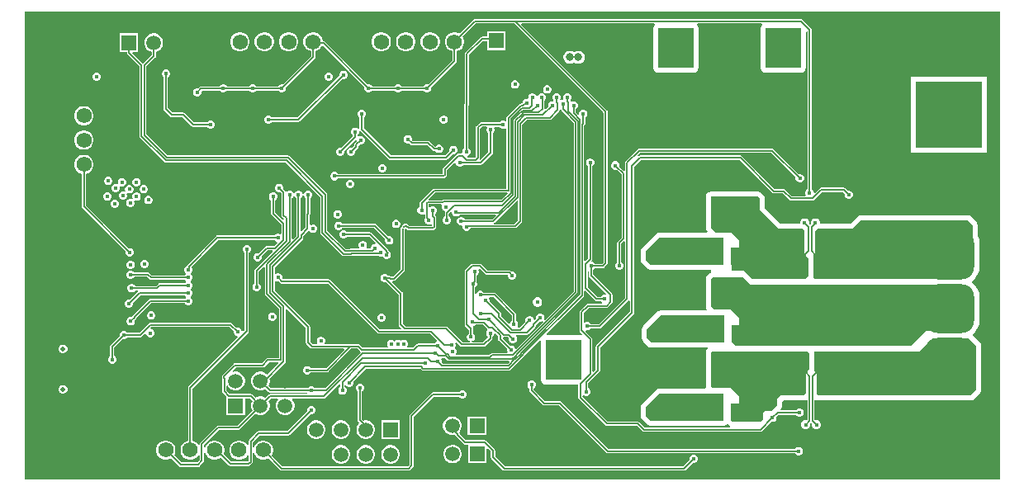
<source format=gbl>
G04*
G04 #@! TF.GenerationSoftware,Altium Limited,Altium Designer,23.4.1 (23)*
G04*
G04 Layer_Physical_Order=4*
G04 Layer_Color=16711680*
%FSLAX25Y25*%
%MOIN*%
G70*
G04*
G04 #@! TF.SameCoordinates,99A001A7-D63A-4E88-881B-6C0508A0781D*
G04*
G04*
G04 #@! TF.FilePolarity,Positive*
G04*
G01*
G75*
%ADD108C,0.00709*%
%ADD110C,0.00500*%
%ADD111R,0.26772X0.26772*%
%ADD112R,0.05906X0.05906*%
%ADD113C,0.05906*%
%ADD114C,0.06201*%
%ADD115R,0.06201X0.06201*%
G04:AMPARAMS|DCode=116|XSize=196.85mil|YSize=196.85mil|CornerRadius=49.21mil|HoleSize=0mil|Usage=FLASHONLY|Rotation=270.000|XOffset=0mil|YOffset=0mil|HoleType=Round|Shape=RoundedRectangle|*
%AMROUNDEDRECTD116*
21,1,0.19685,0.09843,0,0,270.0*
21,1,0.09843,0.19685,0,0,270.0*
1,1,0.09843,-0.04921,-0.04921*
1,1,0.09843,-0.04921,0.04921*
1,1,0.09843,0.04921,0.04921*
1,1,0.09843,0.04921,-0.04921*
%
%ADD116ROUNDEDRECTD116*%
%ADD117R,0.06201X0.06201*%
%ADD118C,0.01968*%
%ADD119C,0.01772*%
%ADD120C,0.03150*%
%ADD121C,0.15748*%
G36*
X393701Y0D02*
X0D01*
Y188976D01*
X393701D01*
Y0D01*
D02*
G37*
%LPC*%
G36*
X313386Y185910D02*
X181890D01*
X181556Y185844D01*
X181274Y185655D01*
X175687Y180069D01*
X175123Y180394D01*
X174134Y180659D01*
X173110D01*
X172121Y180394D01*
X171235Y179883D01*
X170511Y179159D01*
X169999Y178272D01*
X169734Y177284D01*
Y176260D01*
X169999Y175271D01*
X170511Y174384D01*
X171235Y173661D01*
X172121Y173149D01*
X172751Y172980D01*
Y169258D01*
X163008Y159516D01*
X162931Y159547D01*
X162266D01*
X161651Y159292D01*
X161180Y158822D01*
X161148Y158745D01*
X152238D01*
X152206Y158822D01*
X151735Y159292D01*
X151120Y159547D01*
X150455D01*
X149840Y159292D01*
X149369Y158822D01*
X149337Y158745D01*
X140427D01*
X140395Y158822D01*
X139924Y159292D01*
X139309Y159547D01*
X138644D01*
X138567Y159516D01*
X121315Y176768D01*
X121032Y176956D01*
X120699Y177023D01*
X120423D01*
Y177284D01*
X120158Y178272D01*
X119646Y179159D01*
X118923Y179883D01*
X118036Y180394D01*
X117047Y180659D01*
X116024D01*
X115035Y180394D01*
X114148Y179883D01*
X113424Y179159D01*
X112913Y178272D01*
X112648Y177284D01*
Y176260D01*
X112913Y175271D01*
X113424Y174384D01*
X114148Y173661D01*
X115035Y173149D01*
X115664Y172980D01*
Y170833D01*
X104347Y159516D01*
X104270Y159547D01*
X103604D01*
X102989Y159292D01*
X102518Y158822D01*
X102487Y158745D01*
X93576D01*
X93545Y158822D01*
X93074Y159292D01*
X92459Y159547D01*
X91793D01*
X91178Y159292D01*
X90707Y158822D01*
X90676Y158745D01*
X81765D01*
X81734Y158822D01*
X81263Y159292D01*
X80648Y159547D01*
X79982D01*
X79367Y159292D01*
X78896Y158822D01*
X78865Y158745D01*
X71273D01*
X70940Y158679D01*
X70657Y158490D01*
X70104Y157937D01*
X70018Y157972D01*
X69352D01*
X68737Y157718D01*
X68266Y157247D01*
X68012Y156632D01*
Y155966D01*
X68266Y155351D01*
X68737Y154881D01*
X69352Y154626D01*
X70018D01*
X70633Y154881D01*
X71104Y155351D01*
X71358Y155966D01*
Y156632D01*
X71680Y157003D01*
X78865D01*
X78896Y156926D01*
X79367Y156456D01*
X79982Y156201D01*
X80648D01*
X81263Y156456D01*
X81734Y156926D01*
X81765Y157003D01*
X90676D01*
X90707Y156926D01*
X91178Y156456D01*
X91793Y156201D01*
X92459D01*
X93074Y156456D01*
X93545Y156926D01*
X93576Y157003D01*
X102487D01*
X102518Y156926D01*
X102989Y156456D01*
X103604Y156201D01*
X104270D01*
X104885Y156456D01*
X105356Y156926D01*
X105610Y157541D01*
Y158207D01*
X105578Y158284D01*
X117151Y169857D01*
X117340Y170139D01*
X117406Y170472D01*
Y172980D01*
X118036Y173149D01*
X118923Y173661D01*
X119646Y174384D01*
X119974Y174952D01*
X120592Y175027D01*
X137335Y158284D01*
X137303Y158207D01*
Y157541D01*
X137558Y156926D01*
X138029Y156456D01*
X138644Y156201D01*
X139309D01*
X139924Y156456D01*
X140395Y156926D01*
X140427Y157003D01*
X149337D01*
X149369Y156926D01*
X149840Y156456D01*
X150455Y156201D01*
X151120D01*
X151735Y156456D01*
X152206Y156926D01*
X152238Y157003D01*
X161148D01*
X161180Y156926D01*
X161651Y156456D01*
X162266Y156201D01*
X162931D01*
X163546Y156456D01*
X164017Y156926D01*
X164272Y157541D01*
Y158207D01*
X164240Y158284D01*
X174238Y168282D01*
X174427Y168564D01*
X174493Y168898D01*
Y172980D01*
X175123Y173149D01*
X176009Y173661D01*
X176733Y174384D01*
X177245Y175271D01*
X177510Y176260D01*
Y177284D01*
X177245Y178272D01*
X176919Y178837D01*
X182251Y184168D01*
X197700D01*
X233775Y148094D01*
Y87762D01*
X233104Y87091D01*
X230190D01*
X230159Y87168D01*
X229688Y87639D01*
X229150Y87862D01*
X229029Y88066D01*
X228945Y88394D01*
X229052Y88554D01*
X229111Y88847D01*
Y126458D01*
X229294Y126534D01*
X229765Y127005D01*
X230019Y127620D01*
Y128285D01*
X229765Y128900D01*
X229294Y129371D01*
X228679Y129626D01*
X228013D01*
X227398Y129371D01*
X226927Y128900D01*
X226673Y128285D01*
Y127620D01*
X226927Y127005D01*
X227398Y126534D01*
X227581Y126458D01*
Y89164D01*
X226462Y88044D01*
X225961Y88251D01*
Y143015D01*
X226131Y143185D01*
X226131Y143185D01*
X226297Y143433D01*
X226355Y143726D01*
X226355Y143726D01*
Y146143D01*
X226538Y146219D01*
X227009Y146690D01*
X227264Y147305D01*
Y147971D01*
X227009Y148586D01*
X226538Y149056D01*
X225923Y149311D01*
X225258D01*
X224643Y149056D01*
X224172Y148586D01*
X223917Y147971D01*
Y147556D01*
X223417Y147349D01*
X222436Y148330D01*
Y149596D01*
X222619Y149672D01*
X223090Y150143D01*
X223344Y150758D01*
Y151423D01*
X223090Y152038D01*
X222619Y152509D01*
X222004Y152764D01*
X221339D01*
X220868Y152569D01*
X220461Y152871D01*
X220456Y153129D01*
X220619Y153292D01*
X220874Y153907D01*
Y154573D01*
X220619Y155188D01*
X220148Y155658D01*
X219533Y155913D01*
X218867D01*
X218253Y155658D01*
X217782Y155188D01*
X217527Y154573D01*
Y153907D01*
X217641Y153632D01*
X217307Y153132D01*
X217067D01*
X216651Y152960D01*
X216451Y153144D01*
X216318Y153363D01*
X216543Y153907D01*
Y154573D01*
X216289Y155188D01*
X215818Y155659D01*
X215203Y155913D01*
X214537D01*
X213922Y155659D01*
X213452Y155188D01*
X213197Y154573D01*
Y153907D01*
X213452Y153292D01*
X213518Y153226D01*
X213406Y152937D01*
X213273Y152764D01*
X212673D01*
X212058Y152509D01*
X211587Y152038D01*
X211333Y151423D01*
Y150758D01*
X211408Y150575D01*
X210379Y149545D01*
X210104Y149624D01*
X209897Y149770D01*
Y152910D01*
X210279Y153292D01*
X210533Y153907D01*
Y154573D01*
X210279Y155188D01*
X209808Y155659D01*
X209193Y155913D01*
X208527D01*
X207912Y155659D01*
X207442Y155188D01*
X207187Y154573D01*
X206701D01*
X206446Y155188D01*
X205975Y155659D01*
X205360Y155913D01*
X204695D01*
X204080Y155659D01*
X203609Y155188D01*
X203354Y154573D01*
Y154128D01*
X203052Y153794D01*
X202892Y153734D01*
X202332D01*
X201718Y153480D01*
X201247Y153009D01*
X200992Y152394D01*
Y151907D01*
X200879Y151794D01*
X200445D01*
X200111Y151728D01*
X199829Y151539D01*
X199033Y150743D01*
X198886Y150645D01*
X194811Y146570D01*
X194622Y146288D01*
X194556Y145954D01*
Y144958D01*
X194056Y144758D01*
X193520Y144980D01*
X192854D01*
X192239Y144726D01*
X191769Y144255D01*
X191737Y144178D01*
X190371D01*
X190323Y144210D01*
X189989Y144276D01*
X184350D01*
X184017Y144210D01*
X183734Y144021D01*
X182455Y142742D01*
X182266Y142459D01*
X182200Y142126D01*
Y130282D01*
X181844Y129926D01*
X178980D01*
X178788Y130181D01*
X178957Y130725D01*
X179294Y130865D01*
X179765Y131336D01*
X180020Y131951D01*
Y132616D01*
X179765Y133231D01*
X179294Y133702D01*
X179218Y133734D01*
Y150888D01*
X179266Y150936D01*
X179454Y151218D01*
X179521Y151552D01*
Y171515D01*
X185088Y177082D01*
X186811D01*
Y173425D01*
X194291D01*
Y180905D01*
X186811D01*
Y178824D01*
X184727D01*
X184394Y178758D01*
X184111Y178569D01*
X178034Y172491D01*
X177845Y172209D01*
X177778Y171875D01*
Y151913D01*
X177731Y151865D01*
X177542Y151582D01*
X177475Y151249D01*
Y133734D01*
X177399Y133702D01*
X176928Y133231D01*
X176673Y132616D01*
Y131951D01*
X176286Y131580D01*
X175197D01*
X174864Y131513D01*
X174581Y131325D01*
X169069Y125813D01*
X168880Y125530D01*
X168814Y125197D01*
Y123312D01*
X126647D01*
X126615Y123389D01*
X126145Y123859D01*
X125530Y124114D01*
X124864D01*
X124249Y123859D01*
X123778Y123389D01*
X123524Y122774D01*
Y122108D01*
X123778Y121493D01*
X124249Y121022D01*
X124864Y120768D01*
X125530D01*
X126145Y121022D01*
X126615Y121493D01*
X126647Y121570D01*
X169270D01*
X169603Y121636D01*
X169886Y121825D01*
X170301Y122240D01*
X170490Y122523D01*
X170556Y122856D01*
Y124836D01*
X173588Y127868D01*
X174083Y127655D01*
X174305Y127119D01*
X174775Y126648D01*
X175390Y126394D01*
X176056D01*
X176671Y126648D01*
X177104Y127082D01*
X184252D01*
X184585Y127148D01*
X184868Y127337D01*
X188805Y131274D01*
X188994Y131556D01*
X189060Y131890D01*
Y139715D01*
X189137Y139747D01*
X189608Y140217D01*
X189862Y140832D01*
Y141498D01*
X189646Y142019D01*
X189810Y142310D01*
X189963Y142461D01*
X190088Y142436D01*
X191737D01*
X191769Y142359D01*
X192239Y141889D01*
X192854Y141634D01*
X193520D01*
X194056Y141856D01*
X194556Y141657D01*
Y117420D01*
X165474D01*
X165182Y117362D01*
X164934Y117196D01*
X159786Y112049D01*
X159620Y111801D01*
X159562Y111508D01*
Y110065D01*
X159379Y109989D01*
X158908Y109519D01*
X158654Y108904D01*
Y108238D01*
X158908Y107623D01*
X159379Y107152D01*
X159994Y106898D01*
X160660D01*
X161275Y107152D01*
X161281Y107159D01*
X161743Y106968D01*
Y105669D01*
X161738Y105664D01*
X161483Y105049D01*
Y104384D01*
X161738Y103769D01*
X162209Y103298D01*
X162824Y103043D01*
X163489D01*
X164026Y103265D01*
X164526Y103066D01*
Y102393D01*
X164488Y102355D01*
X155388D01*
X154777Y102966D01*
X154495Y103155D01*
X154161Y103221D01*
X153574D01*
X153241Y103155D01*
X152958Y102966D01*
X152543Y102551D01*
X152355Y102269D01*
X152350Y102245D01*
X152326Y102240D01*
X152043Y102051D01*
X151855Y101769D01*
X151788Y101435D01*
Y84910D01*
X148761Y81883D01*
X148038D01*
X148006Y81915D01*
X147723Y82104D01*
X147390Y82170D01*
X146824D01*
X146792Y82247D01*
X146322Y82718D01*
X145707Y82973D01*
X145041D01*
X144426Y82718D01*
X143956Y82247D01*
X143701Y81632D01*
Y80966D01*
X143956Y80351D01*
X144426Y79881D01*
X145041Y79626D01*
X145707D01*
X146003Y79749D01*
X151007Y74746D01*
Y62529D01*
X151073Y62196D01*
X151262Y61913D01*
X152096Y61079D01*
X151905Y60617D01*
X143370D01*
X123451Y80537D01*
X123168Y80726D01*
X122835Y80792D01*
X104363D01*
X104035Y81163D01*
Y81829D01*
X103781Y82444D01*
X103310Y82915D01*
X102695Y83169D01*
X102029D01*
X101493Y82947D01*
X100993Y83147D01*
Y85633D01*
X112348Y96988D01*
X112537Y97271D01*
X112603Y97604D01*
Y98398D01*
X114536Y100330D01*
X115117Y100233D01*
X115588Y99763D01*
X116203Y99508D01*
X116868D01*
X117483Y99763D01*
X117954Y100233D01*
X118209Y100848D01*
Y101514D01*
X117954Y102129D01*
X117483Y102600D01*
X116868Y102854D01*
X116203D01*
X115666Y102632D01*
X115166Y102832D01*
Y106862D01*
X115273Y107022D01*
X115340Y107356D01*
Y113412D01*
X115416Y113444D01*
X115887Y113914D01*
X116142Y114529D01*
Y115195D01*
X115887Y115810D01*
X115416Y116281D01*
X114801Y116535D01*
X114136D01*
X113521Y116281D01*
X113050Y115810D01*
X112795Y115195D01*
X112303Y115214D01*
Y115294D01*
X112048Y115908D01*
X111578Y116379D01*
X110963Y116634D01*
X110297D01*
X109682Y116379D01*
X109211Y115908D01*
X109129Y115709D01*
X108588D01*
X108505Y115908D01*
X108034Y116379D01*
X107419Y116634D01*
X106754D01*
X106139Y116379D01*
X105925Y116165D01*
X105735Y116179D01*
X105347Y116294D01*
X105218Y116486D01*
X104397Y117307D01*
X104429Y117384D01*
Y118049D01*
X104174Y118664D01*
X103704Y119135D01*
X103089Y119390D01*
X102423D01*
X101808Y119135D01*
X101337Y118664D01*
X101083Y118049D01*
Y117384D01*
X101337Y116769D01*
X101808Y116298D01*
X102423Y116043D01*
X103089D01*
X103165Y116075D01*
X103731Y115509D01*
Y106613D01*
X103798Y106280D01*
X103986Y105997D01*
X104674Y105309D01*
X104643Y105091D01*
X104113Y104914D01*
X101265Y107763D01*
Y112723D01*
X101341Y112755D01*
X101812Y113225D01*
X102067Y113840D01*
Y114506D01*
X101812Y115121D01*
X101341Y115592D01*
X100726Y115846D01*
X100061D01*
X99446Y115592D01*
X98975Y115121D01*
X98721Y114506D01*
Y113840D01*
X98975Y113225D01*
X99446Y112755D01*
X99523Y112723D01*
Y107402D01*
X99589Y107069D01*
X99778Y106786D01*
X103731Y102833D01*
Y99288D01*
X103231Y99089D01*
X102695Y99311D01*
X102029D01*
X101414Y99056D01*
X100944Y98586D01*
X100912Y98509D01*
X77953D01*
X77619Y98443D01*
X77337Y98254D01*
X65729Y86646D01*
X65540Y86364D01*
X65507Y86194D01*
X65194Y86064D01*
X64723Y85593D01*
X64468Y84978D01*
Y84313D01*
X64723Y83698D01*
X65032Y83389D01*
X65141Y83071D01*
X65032Y82753D01*
X64723Y82444D01*
X64692Y82367D01*
X51524D01*
X50598Y83293D01*
X50315Y83482D01*
X49981Y83548D01*
X44364D01*
X44332Y83625D01*
X43861Y84096D01*
X43246Y84350D01*
X42581D01*
X41966Y84096D01*
X41495Y83625D01*
X41240Y83010D01*
Y82344D01*
X41495Y81729D01*
X41966Y81259D01*
X42581Y81004D01*
X43246D01*
X43861Y81259D01*
X44332Y81729D01*
X44364Y81806D01*
X49621D01*
X50547Y80880D01*
X50829Y80691D01*
X51163Y80625D01*
X64692D01*
X64723Y80548D01*
X65032Y80239D01*
X65141Y79921D01*
X65032Y79603D01*
X64723Y79294D01*
X64692Y79217D01*
X54623D01*
X54289Y79151D01*
X54007Y78962D01*
X53081Y78036D01*
X44757D01*
X44726Y78113D01*
X44255Y78584D01*
X43640Y78839D01*
X42974D01*
X42359Y78584D01*
X41889Y78113D01*
X41634Y77498D01*
Y76832D01*
X41889Y76218D01*
X42359Y75747D01*
X42974Y75492D01*
X43640D01*
X44255Y75747D01*
X44726Y76218D01*
X44757Y76294D01*
X45661D01*
X45818Y75874D01*
X45822Y75794D01*
X42535Y72508D01*
X42459Y72539D01*
X41793D01*
X41178Y72285D01*
X40707Y71814D01*
X40453Y71199D01*
Y70533D01*
X40707Y69918D01*
X41178Y69448D01*
X41793Y69193D01*
X42459D01*
X43074Y69448D01*
X43545Y69918D01*
X43799Y70533D01*
Y71199D01*
X43767Y71276D01*
X46817Y74326D01*
X64692D01*
X64723Y74249D01*
X65032Y73940D01*
X65141Y73622D01*
X65032Y73304D01*
X64723Y72995D01*
X64692Y72918D01*
X50787D01*
X50454Y72852D01*
X50172Y72663D01*
X43729Y66221D01*
X43540Y65938D01*
X43527Y65870D01*
X43237Y65462D01*
X42571D01*
X41956Y65207D01*
X41486Y64737D01*
X41231Y64122D01*
Y63456D01*
X41486Y62841D01*
X41956Y62370D01*
X42571Y62116D01*
X43237D01*
X43852Y62370D01*
X44323Y62841D01*
X44577Y63456D01*
Y64122D01*
X44546Y64198D01*
X44961Y64614D01*
X45150Y64896D01*
X45216Y65230D01*
Y65244D01*
X51148Y71176D01*
X64692D01*
X64723Y71099D01*
X65194Y70629D01*
X65809Y70374D01*
X66474D01*
X67089Y70629D01*
X67560Y71099D01*
X67815Y71714D01*
Y72380D01*
X67560Y72995D01*
X67251Y73304D01*
X67143Y73622D01*
X67251Y73940D01*
X67560Y74249D01*
X67815Y74864D01*
Y75530D01*
X67560Y76145D01*
X67251Y76454D01*
X67143Y76772D01*
X67251Y77090D01*
X67560Y77399D01*
X67815Y78014D01*
Y78679D01*
X67560Y79294D01*
X67251Y79603D01*
X67143Y79921D01*
X67251Y80239D01*
X67560Y80548D01*
X67815Y81163D01*
Y81829D01*
X67560Y82444D01*
X67251Y82753D01*
X67143Y83071D01*
X67251Y83389D01*
X67560Y83698D01*
X67815Y84313D01*
Y84978D01*
X67560Y85593D01*
X67350Y85803D01*
X78314Y96767D01*
X100912D01*
X100944Y96690D01*
X101414Y96219D01*
X101951Y95997D01*
X102163Y95503D01*
X100870Y94210D01*
X97669D01*
X97336Y94143D01*
X97053Y93954D01*
X94504Y91405D01*
X94427Y91437D01*
X93762D01*
X93147Y91182D01*
X92676Y90712D01*
X92421Y90097D01*
Y89431D01*
X92676Y88816D01*
X93147Y88345D01*
X93762Y88091D01*
X94427D01*
X95042Y88345D01*
X95513Y88816D01*
X95768Y89431D01*
Y90097D01*
X95736Y90173D01*
X98030Y92467D01*
X100034D01*
X100225Y92005D01*
X93085Y84865D01*
X92896Y84583D01*
X92830Y84249D01*
Y79009D01*
X92753Y78978D01*
X92282Y78507D01*
X92028Y77892D01*
Y77226D01*
X92282Y76611D01*
X92753Y76141D01*
X93368Y75886D01*
X94034D01*
X94649Y76141D01*
X95119Y76611D01*
X95374Y77226D01*
Y77892D01*
X95119Y78507D01*
X94649Y78978D01*
X94572Y79009D01*
Y83889D01*
X96584Y85901D01*
X97046Y85710D01*
Y74951D01*
X97113Y74618D01*
X97301Y74336D01*
X102656Y68980D01*
Y49044D01*
X98301D01*
X97968Y48978D01*
X97685Y48789D01*
X95766Y46870D01*
X84975D01*
X84642Y46804D01*
X84360Y46615D01*
X79993Y42248D01*
X79804Y41965D01*
X79737Y41632D01*
Y41045D01*
X79804Y40712D01*
X79838Y40661D01*
Y35454D01*
X79904Y35121D01*
X80093Y34839D01*
X81535Y33396D01*
Y26024D01*
X89016D01*
Y32700D01*
X91108D01*
X92087Y31721D01*
X91790Y31207D01*
X91535Y30256D01*
Y29271D01*
X91790Y28320D01*
X92087Y27807D01*
X85967Y21687D01*
X78296D01*
X77963Y21620D01*
X77680Y21432D01*
X71038Y14789D01*
X70849Y14507D01*
X70783Y14173D01*
Y13912D01*
X70283Y13779D01*
X70040Y14198D01*
X69316Y14922D01*
X68430Y15434D01*
X67800Y15603D01*
Y36629D01*
X90380Y59208D01*
X90569Y59491D01*
X90635Y59824D01*
Y91463D01*
X90712Y91495D01*
X91182Y91966D01*
X91437Y92581D01*
Y93246D01*
X91182Y93861D01*
X90712Y94332D01*
X90097Y94587D01*
X89431D01*
X88816Y94332D01*
X88345Y93861D01*
X88091Y93246D01*
Y92581D01*
X88345Y91966D01*
X88816Y91495D01*
X88893Y91463D01*
Y60185D01*
X88356Y59648D01*
X87861Y59860D01*
X87639Y60397D01*
X87168Y60867D01*
X86553Y61122D01*
X85888D01*
X85811Y61090D01*
X83884Y63017D01*
X83601Y63206D01*
X83268Y63273D01*
X50966D01*
X50633Y63206D01*
X50350Y63017D01*
X46471Y59139D01*
X41608D01*
X41576Y59215D01*
X41105Y59686D01*
X40490Y59941D01*
X39825D01*
X39210Y59686D01*
X38739Y59215D01*
X38484Y58600D01*
Y57935D01*
X38516Y57858D01*
X34817Y54159D01*
X34628Y53877D01*
X34562Y53543D01*
Y49876D01*
X34485Y49844D01*
X34015Y49373D01*
X33760Y48758D01*
Y48092D01*
X34015Y47477D01*
X34485Y47007D01*
X35100Y46752D01*
X35766D01*
X36381Y47007D01*
X36852Y47477D01*
X37106Y48092D01*
Y48758D01*
X36852Y49373D01*
X36381Y49844D01*
X36304Y49876D01*
Y53183D01*
X39748Y56626D01*
X39825Y56595D01*
X40490D01*
X41105Y56849D01*
X41576Y57320D01*
X41608Y57397D01*
X46832D01*
X47165Y57463D01*
X47448Y57652D01*
X48652Y58856D01*
X49147Y58644D01*
X49369Y58107D01*
X49840Y57637D01*
X50455Y57382D01*
X51120D01*
X51735Y57637D01*
X52206Y58107D01*
X52461Y58722D01*
Y59388D01*
X52206Y60003D01*
X51735Y60474D01*
X51199Y60696D01*
X50986Y61190D01*
X51327Y61531D01*
X82907D01*
X84579Y59858D01*
X84547Y59782D01*
Y59116D01*
X84802Y58501D01*
X85273Y58030D01*
X85809Y57808D01*
X86022Y57314D01*
X66313Y37605D01*
X66124Y37323D01*
X66058Y36989D01*
Y15603D01*
X65429Y15434D01*
X64542Y14922D01*
X63818Y14198D01*
X63306Y13312D01*
X63041Y12323D01*
Y11299D01*
X63306Y10310D01*
X63818Y9424D01*
X64542Y8700D01*
X65429Y8188D01*
X66417Y7923D01*
X67441D01*
X68430Y8188D01*
X69316Y8700D01*
X70040Y9424D01*
X70283Y9844D01*
X70783Y9710D01*
Y7841D01*
X69718Y6777D01*
X63353D01*
X60384Y9746D01*
X60710Y10310D01*
X60974Y11299D01*
Y12323D01*
X60710Y13312D01*
X60198Y14198D01*
X59474Y14922D01*
X58587Y15434D01*
X57599Y15699D01*
X56575D01*
X55586Y15434D01*
X54699Y14922D01*
X53976Y14198D01*
X53464Y13312D01*
X53199Y12323D01*
Y11299D01*
X53464Y10310D01*
X53976Y9424D01*
X54699Y8700D01*
X55586Y8188D01*
X56575Y7923D01*
X57599D01*
X58587Y8188D01*
X59152Y8514D01*
X62376Y5290D01*
X62659Y5101D01*
X62992Y5034D01*
X70079D01*
X70412Y5101D01*
X70695Y5290D01*
X72269Y6864D01*
X72458Y7147D01*
X72525Y7480D01*
Y10708D01*
X73025Y10774D01*
X73149Y10310D01*
X73661Y9424D01*
X74384Y8700D01*
X75271Y8188D01*
X76260Y7923D01*
X77284D01*
X78272Y8188D01*
X79159Y8700D01*
X79299Y8840D01*
X82455Y5683D01*
X82737Y5494D01*
X83071Y5428D01*
X90551D01*
X90885Y5494D01*
X91167Y5683D01*
X91954Y6471D01*
X92143Y6753D01*
X92210Y7087D01*
Y10708D01*
X92710Y10774D01*
X92834Y10310D01*
X93346Y9424D01*
X94069Y8700D01*
X94956Y8188D01*
X95945Y7923D01*
X96969D01*
X97957Y8188D01*
X98522Y8514D01*
X103321Y3715D01*
X103604Y3526D01*
X103937Y3460D01*
X155118D01*
X155451Y3526D01*
X155734Y3715D01*
X156915Y4896D01*
X157104Y5178D01*
X157170Y5512D01*
Y25230D01*
X165321Y33381D01*
X175321D01*
X175353Y33304D01*
X175824Y32833D01*
X176439Y32579D01*
X177104D01*
X177719Y32833D01*
X178190Y33304D01*
X178445Y33919D01*
Y34585D01*
X178190Y35200D01*
X177719Y35671D01*
X177104Y35925D01*
X176439D01*
X175824Y35671D01*
X175353Y35200D01*
X175321Y35123D01*
X164961D01*
X164627Y35057D01*
X164345Y34868D01*
X155683Y26206D01*
X155494Y25924D01*
X155428Y25591D01*
Y5873D01*
X154757Y5202D01*
X104298D01*
X99754Y9746D01*
X100080Y10310D01*
X100345Y11299D01*
Y12323D01*
X100080Y13312D01*
X99568Y14198D01*
X98844Y14922D01*
X97957Y15434D01*
X96969Y15699D01*
X95945D01*
X94956Y15434D01*
X94069Y14922D01*
X93346Y14198D01*
X92834Y13312D01*
X92710Y12848D01*
X92210Y12914D01*
Y14994D01*
X94929Y17713D01*
X106379D01*
X106712Y17779D01*
X106995Y17968D01*
X115339Y26311D01*
X115415Y26280D01*
X116081D01*
X116696Y26534D01*
X117166Y27005D01*
X117421Y27620D01*
Y28286D01*
X117166Y28901D01*
X116696Y29371D01*
X116081Y29626D01*
X115415D01*
X114800Y29371D01*
X114330Y28901D01*
X114075Y28286D01*
Y27620D01*
X114107Y27543D01*
X106018Y19455D01*
X94568D01*
X94235Y19388D01*
X93952Y19200D01*
X90723Y15970D01*
X90534Y15688D01*
X90468Y15354D01*
Y13912D01*
X89968Y13779D01*
X89725Y14198D01*
X89001Y14922D01*
X88115Y15434D01*
X87126Y15699D01*
X86102D01*
X85114Y15434D01*
X84227Y14922D01*
X83503Y14198D01*
X82991Y13312D01*
X82726Y12323D01*
Y11299D01*
X82991Y10310D01*
X83503Y9424D01*
X84227Y8700D01*
X85114Y8188D01*
X86102Y7923D01*
X87126D01*
X88115Y8188D01*
X89001Y8700D01*
X89725Y9424D01*
X89968Y9844D01*
X90468Y9710D01*
Y7447D01*
X90190Y7170D01*
X83432D01*
X80357Y10245D01*
X80395Y10310D01*
X80659Y11299D01*
Y12323D01*
X80395Y13312D01*
X79883Y14198D01*
X79159Y14922D01*
X78272Y15434D01*
X77284Y15699D01*
X76260D01*
X75271Y15434D01*
X74384Y14922D01*
X73661Y14198D01*
X73149Y13312D01*
X73025Y12848D01*
X72525Y12914D01*
Y13812D01*
X78657Y19945D01*
X86327D01*
X86661Y20011D01*
X86943Y20200D01*
X93319Y26575D01*
X93832Y26278D01*
X94783Y26024D01*
X95768D01*
X96719Y26278D01*
X97572Y26771D01*
X98268Y27467D01*
X98761Y28320D01*
X99016Y29271D01*
Y30256D01*
X98761Y31207D01*
X98465Y31721D01*
X99444Y32700D01*
X102269D01*
X102460Y32238D01*
X102283Y32060D01*
X101790Y31207D01*
X101535Y30256D01*
Y29271D01*
X101790Y28320D01*
X102283Y27467D01*
X102979Y26771D01*
X103832Y26278D01*
X104783Y26024D01*
X105768D01*
X106719Y26278D01*
X107572Y26771D01*
X108268Y27467D01*
X108761Y28320D01*
X109016Y29271D01*
Y30256D01*
X108761Y31207D01*
X108268Y32060D01*
X108091Y32238D01*
X108282Y32700D01*
X120970D01*
X121303Y32766D01*
X121586Y32955D01*
X127013Y38383D01*
X127475Y38191D01*
Y37277D01*
X127399Y37245D01*
X126928Y36775D01*
X126673Y36160D01*
Y35494D01*
X126928Y34879D01*
X127399Y34408D01*
X128014Y34154D01*
X128679D01*
X129294Y34408D01*
X129765Y34879D01*
X130020Y35494D01*
Y36160D01*
X129765Y36775D01*
X129294Y37245D01*
X129218Y37277D01*
Y37848D01*
X129558Y37980D01*
X129718Y37995D01*
X130155Y37558D01*
X130770Y37303D01*
X131435D01*
X132050Y37558D01*
X132521Y38029D01*
X132776Y38644D01*
Y39309D01*
X132700Y39492D01*
X137886Y44678D01*
X159941D01*
X160441Y44179D01*
X160689Y44013D01*
X160982Y43955D01*
X195507D01*
X195800Y44013D01*
X196048Y44179D01*
X198734Y46865D01*
X198972Y47024D01*
X201794Y49846D01*
X201953Y50085D01*
X208123Y56254D01*
X208623Y56047D01*
Y40157D01*
X208776Y39389D01*
X209211Y38738D01*
X209862Y38303D01*
X210630Y38150D01*
X223529D01*
Y33080D01*
X223595Y32747D01*
X223784Y32464D01*
X234423Y21825D01*
X234706Y21636D01*
X235039Y21570D01*
X247277D01*
X249384Y19463D01*
X249667Y19274D01*
X250000Y19208D01*
X297244D01*
X297577Y19274D01*
X297860Y19463D01*
X301559Y23162D01*
X301636Y23130D01*
X302301D01*
X302916Y23385D01*
X303387Y23855D01*
X303642Y24470D01*
Y25136D01*
X303610Y25213D01*
X304503Y26105D01*
X311462D01*
X311493Y26029D01*
X311964Y25558D01*
X312579Y25303D01*
X313245D01*
X313860Y25558D01*
X314330Y26029D01*
X314585Y26643D01*
Y27309D01*
X314330Y27924D01*
X313860Y28395D01*
X313245Y28650D01*
X312579D01*
X311964Y28395D01*
X311493Y27924D01*
X311462Y27847D01*
X305355D01*
X305164Y28309D01*
X305356Y28502D01*
X305791Y29153D01*
X305944Y29921D01*
Y31353D01*
X306442Y31851D01*
X314567Y31851D01*
X315335Y32004D01*
X315558Y32153D01*
X316058Y31886D01*
Y24338D01*
X315729Y23933D01*
X314979D01*
X314286Y23646D01*
X313756Y23115D01*
X313469Y22422D01*
Y21672D01*
X313756Y20979D01*
X314286Y20448D01*
X314979Y20161D01*
X315729D01*
X316423Y20448D01*
X316953Y20979D01*
X317240Y21672D01*
Y22422D01*
X317159Y22619D01*
X317520Y22981D01*
X317881Y22619D01*
X317799Y22422D01*
Y21672D01*
X318086Y20979D01*
X318617Y20448D01*
X319310Y20161D01*
X320060D01*
X320753Y20448D01*
X321284Y20979D01*
X321571Y21672D01*
Y22422D01*
X321284Y23115D01*
X320753Y23646D01*
X320060Y23933D01*
X319310D01*
X318981Y24338D01*
Y31886D01*
X319481Y32153D01*
X319704Y32004D01*
X320472Y31851D01*
X381890D01*
X382658Y32004D01*
X383309Y32439D01*
X385671Y34801D01*
X386106Y35452D01*
X386259Y36220D01*
Y53937D01*
X386106Y54705D01*
X385671Y55356D01*
X382882Y58145D01*
X382907Y58644D01*
X383439Y59081D01*
X384300Y60130D01*
X384939Y61327D01*
X385333Y62626D01*
X385466Y63976D01*
Y73819D01*
X385333Y75169D01*
X384939Y76468D01*
X384300Y77665D01*
X383439Y78714D01*
X382588Y79413D01*
X382554Y79492D01*
Y79957D01*
X382588Y80036D01*
X383439Y80735D01*
X384300Y81784D01*
X384939Y82981D01*
X385333Y84279D01*
X385466Y85630D01*
Y95472D01*
X385333Y96823D01*
X384939Y98122D01*
X384684Y98599D01*
Y102756D01*
X384531Y103524D01*
X384096Y104175D01*
X382128Y106144D01*
X381477Y106579D01*
X380709Y106731D01*
X337795D01*
X337027Y106579D01*
X336376Y106144D01*
X333421Y103188D01*
X321177D01*
Y103918D01*
X320890Y104612D01*
X320360Y105142D01*
X319666Y105429D01*
X318916D01*
X318223Y105142D01*
X317693Y104612D01*
X317406Y103918D01*
Y103168D01*
X317498Y102946D01*
X317497Y102945D01*
X316813Y102923D01*
X316765Y102971D01*
X316846Y103168D01*
Y103918D01*
X316559Y104612D01*
X316029Y105142D01*
X315336Y105429D01*
X314585D01*
X313892Y105142D01*
X313362Y104612D01*
X313075Y103918D01*
Y103188D01*
X305162D01*
X298857Y109493D01*
Y113386D01*
X298705Y114154D01*
X298270Y114805D01*
X297482Y115592D01*
X296831Y116027D01*
X296063Y116180D01*
X277034D01*
X276266Y116027D01*
X275615Y115592D01*
X275180Y114941D01*
X275027Y114173D01*
Y101706D01*
X275180Y100938D01*
X275615Y100287D01*
X275795Y100107D01*
X275604Y99645D01*
X256299D01*
X255531Y99492D01*
X254880Y99057D01*
X249368Y93545D01*
X248933Y92894D01*
X248780Y92126D01*
X248780Y88583D01*
X248933Y87815D01*
X249368Y87164D01*
X251209Y85322D01*
X251860Y84887D01*
X252628Y84735D01*
X276702D01*
X277165Y84646D01*
Y83390D01*
X276968Y83350D01*
X276317Y82915D01*
X275615Y82213D01*
X275180Y81562D01*
X275027Y80794D01*
Y69816D01*
X275180Y69048D01*
X275447Y68649D01*
X275179Y68149D01*
X256693D01*
X255925Y67996D01*
X255274Y67561D01*
X249762Y62049D01*
X249327Y61398D01*
X249174Y60630D01*
X249174Y57087D01*
X249327Y56318D01*
X249762Y55667D01*
X251603Y53826D01*
X252254Y53391D01*
X253022Y53239D01*
X275677D01*
X275884Y52739D01*
X275615Y52469D01*
X275180Y51818D01*
X275027Y51050D01*
Y37533D01*
X275103Y37153D01*
X274699Y36653D01*
X256299D01*
X255531Y36500D01*
X254880Y36065D01*
X249368Y30553D01*
X248933Y29902D01*
X248780Y29134D01*
X248780Y25591D01*
X248933Y24823D01*
X249368Y24171D01*
X251209Y22330D01*
X251860Y21895D01*
X252628Y21743D01*
X282234D01*
X283002Y21895D01*
X283653Y22330D01*
X283865Y22351D01*
X284407Y21809D01*
X284945Y21450D01*
X284824Y20950D01*
X250361D01*
X248254Y23057D01*
X247971Y23246D01*
X247638Y23312D01*
X235400D01*
X225314Y33398D01*
X225363Y33846D01*
X225814Y34025D01*
X225824Y34015D01*
X226439Y33760D01*
X227104D01*
X227719Y34015D01*
X228190Y34485D01*
X228445Y35100D01*
Y35766D01*
X228190Y36381D01*
X227719Y36852D01*
X227643Y36883D01*
Y38786D01*
X232112Y43255D01*
X232301Y43538D01*
X232367Y43871D01*
Y53183D01*
X245891Y66707D01*
X246080Y66989D01*
X246147Y67323D01*
Y126411D01*
X248786Y129050D01*
X288631D01*
X301884Y115797D01*
X302167Y115609D01*
X302500Y115542D01*
X306079D01*
X308729Y112892D01*
X309012Y112703D01*
X309345Y112637D01*
X318210D01*
X318543Y112703D01*
X318826Y112892D01*
X321992Y116058D01*
X330348D01*
X331036Y115370D01*
X331004Y115293D01*
Y114628D01*
X331259Y114013D01*
X331729Y113542D01*
X332344Y113287D01*
X333010D01*
X333625Y113542D01*
X334096Y114013D01*
X334350Y114628D01*
Y115293D01*
X334096Y115908D01*
X333625Y116379D01*
X333010Y116634D01*
X332344D01*
X332268Y116602D01*
X331325Y117545D01*
X331042Y117734D01*
X330709Y117800D01*
X321631D01*
X321298Y117734D01*
X321015Y117545D01*
X319102Y115632D01*
X318602Y115839D01*
Y116081D01*
X318348Y116696D01*
X317877Y117166D01*
X317800Y117198D01*
Y181496D01*
X317734Y181829D01*
X317545Y182112D01*
X314002Y185655D01*
X313719Y185844D01*
X313386Y185910D01*
D02*
G37*
G36*
X164291Y180659D02*
X163268D01*
X162279Y180394D01*
X161392Y179883D01*
X160669Y179159D01*
X160157Y178272D01*
X159892Y177284D01*
Y176260D01*
X160157Y175271D01*
X160669Y174384D01*
X161392Y173661D01*
X162279Y173149D01*
X163268Y172884D01*
X164291D01*
X165280Y173149D01*
X166167Y173661D01*
X166891Y174384D01*
X167402Y175271D01*
X167667Y176260D01*
Y177284D01*
X167402Y178272D01*
X166891Y179159D01*
X166167Y179883D01*
X165280Y180394D01*
X164291Y180659D01*
D02*
G37*
G36*
X154449D02*
X153425D01*
X152436Y180394D01*
X151550Y179883D01*
X150826Y179159D01*
X150314Y178272D01*
X150049Y177284D01*
Y176260D01*
X150314Y175271D01*
X150826Y174384D01*
X151550Y173661D01*
X152436Y173149D01*
X153425Y172884D01*
X154449D01*
X155438Y173149D01*
X156324Y173661D01*
X157048Y174384D01*
X157560Y175271D01*
X157825Y176260D01*
Y177284D01*
X157560Y178272D01*
X157048Y179159D01*
X156324Y179883D01*
X155438Y180394D01*
X154449Y180659D01*
D02*
G37*
G36*
X144606D02*
X143583D01*
X142594Y180394D01*
X141707Y179883D01*
X140983Y179159D01*
X140472Y178272D01*
X140207Y177284D01*
Y176260D01*
X140472Y175271D01*
X140983Y174384D01*
X141707Y173661D01*
X142594Y173149D01*
X143583Y172884D01*
X144606D01*
X145595Y173149D01*
X146482Y173661D01*
X147205Y174384D01*
X147717Y175271D01*
X147982Y176260D01*
Y177284D01*
X147717Y178272D01*
X147205Y179159D01*
X146482Y179883D01*
X145595Y180394D01*
X144606Y180659D01*
D02*
G37*
G36*
X107205D02*
X106181D01*
X105192Y180394D01*
X104306Y179883D01*
X103582Y179159D01*
X103070Y178272D01*
X102805Y177284D01*
Y176260D01*
X103070Y175271D01*
X103582Y174384D01*
X104306Y173661D01*
X105192Y173149D01*
X106181Y172884D01*
X107205D01*
X108194Y173149D01*
X109080Y173661D01*
X109804Y174384D01*
X110316Y175271D01*
X110581Y176260D01*
Y177284D01*
X110316Y178272D01*
X109804Y179159D01*
X109080Y179883D01*
X108194Y180394D01*
X107205Y180659D01*
D02*
G37*
G36*
X97362D02*
X96338D01*
X95350Y180394D01*
X94463Y179883D01*
X93739Y179159D01*
X93227Y178272D01*
X92963Y177284D01*
Y176260D01*
X93227Y175271D01*
X93739Y174384D01*
X94463Y173661D01*
X95350Y173149D01*
X96338Y172884D01*
X97362D01*
X98351Y173149D01*
X99238Y173661D01*
X99961Y174384D01*
X100473Y175271D01*
X100738Y176260D01*
Y177284D01*
X100473Y178272D01*
X99961Y179159D01*
X99238Y179883D01*
X98351Y180394D01*
X97362Y180659D01*
D02*
G37*
G36*
X87520D02*
X86496D01*
X85507Y180394D01*
X84621Y179883D01*
X83897Y179159D01*
X83385Y178272D01*
X83120Y177284D01*
Y176260D01*
X83385Y175271D01*
X83897Y174384D01*
X84621Y173661D01*
X85507Y173149D01*
X86496Y172884D01*
X87520D01*
X88508Y173149D01*
X89395Y173661D01*
X90119Y174384D01*
X90631Y175271D01*
X90896Y176260D01*
Y177284D01*
X90631Y178272D01*
X90119Y179159D01*
X89395Y179883D01*
X88508Y180394D01*
X87520Y180659D01*
D02*
G37*
G36*
X52697Y180118D02*
X51712D01*
X50761Y179863D01*
X49908Y179371D01*
X49212Y178674D01*
X48719Y177822D01*
X48465Y176870D01*
Y175885D01*
X48719Y174934D01*
X49212Y174081D01*
X49908Y173385D01*
X50761Y172893D01*
X51334Y172739D01*
Y171402D01*
X47870Y167938D01*
X47860Y167939D01*
X43623Y172176D01*
X43814Y172638D01*
X45945D01*
Y180118D01*
X38465D01*
Y172638D01*
X41334D01*
Y172362D01*
X41400Y172029D01*
X41589Y171746D01*
X46373Y166962D01*
Y138583D01*
X46439Y138249D01*
X46628Y137967D01*
X56392Y128203D01*
X56674Y128014D01*
X57008Y127948D01*
X105545D01*
X119444Y114048D01*
Y99647D01*
X119511Y99314D01*
X119700Y99031D01*
X128308Y90422D01*
X128591Y90234D01*
X128924Y90167D01*
X131677D01*
X132011Y90234D01*
X132134Y90316D01*
X142681D01*
X142805Y90192D01*
X143420Y89937D01*
X144086D01*
X144650Y90171D01*
X144890Y89591D01*
X145361Y89120D01*
X145976Y88865D01*
X146642D01*
X147257Y89120D01*
X147727Y89591D01*
X147982Y90206D01*
Y90871D01*
X147727Y91486D01*
X147628Y91585D01*
X147614Y91659D01*
X147425Y91942D01*
X146977Y92390D01*
Y92431D01*
X146910Y92765D01*
X146722Y93047D01*
X140227Y99541D01*
X139945Y99730D01*
X139612Y99796D01*
X130297D01*
X130265Y99873D01*
X129794Y100344D01*
X129179Y100598D01*
X128514D01*
X127899Y100344D01*
X127428Y99873D01*
X127173Y99258D01*
Y98592D01*
X127428Y97977D01*
X127899Y97507D01*
X128514Y97252D01*
X129179D01*
X129794Y97507D01*
X130265Y97977D01*
X130297Y98054D01*
X139251D01*
X141704Y95600D01*
X141497Y95100D01*
X141217D01*
X140602Y94846D01*
X140131Y94375D01*
X139876Y93760D01*
Y93160D01*
X138265D01*
X138065Y93660D01*
X138287Y94197D01*
Y94862D01*
X138033Y95477D01*
X137562Y95948D01*
X136947Y96203D01*
X136281D01*
X135666Y95948D01*
X135196Y95477D01*
X134941Y94862D01*
Y94197D01*
X135163Y93660D01*
X134964Y93160D01*
X131369D01*
X131036Y93094D01*
X130913Y93012D01*
X129742D01*
X122289Y100464D01*
Y114935D01*
X122222Y115268D01*
X122034Y115551D01*
X107047Y130537D01*
X106764Y130726D01*
X106431Y130792D01*
X57825D01*
X49218Y139400D01*
Y166822D01*
X52821Y170425D01*
X53009Y170708D01*
X53076Y171041D01*
Y172739D01*
X53648Y172893D01*
X54501Y173385D01*
X55198Y174081D01*
X55690Y174934D01*
X55945Y175885D01*
Y176870D01*
X55690Y177822D01*
X55198Y178674D01*
X54501Y179371D01*
X53648Y179863D01*
X52697Y180118D01*
D02*
G37*
G36*
X129073Y165059D02*
X128407D01*
X127792Y164804D01*
X127322Y164334D01*
X127067Y163719D01*
Y163053D01*
X127099Y162976D01*
X110269Y146147D01*
X99901D01*
X99860Y146247D01*
X99389Y146718D01*
X98774Y146973D01*
X98108D01*
X97493Y146718D01*
X97023Y146247D01*
X96768Y145633D01*
Y144967D01*
X97023Y144352D01*
X97493Y143881D01*
X98108Y143626D01*
X98774D01*
X99389Y143881D01*
X99860Y144352D01*
X99881Y144404D01*
X110630D01*
X110963Y144471D01*
X111246Y144660D01*
X128331Y161744D01*
X128407Y161713D01*
X129073D01*
X129688Y161967D01*
X130159Y162438D01*
X130413Y163053D01*
Y163719D01*
X130159Y164334D01*
X129688Y164804D01*
X129073Y165059D01*
D02*
G37*
G36*
X29467Y164272D02*
X28801D01*
X28186Y164017D01*
X27715Y163546D01*
X27461Y162931D01*
Y162266D01*
X27715Y161651D01*
X28186Y161180D01*
X28801Y160925D01*
X29467D01*
X30082Y161180D01*
X30552Y161651D01*
X30807Y162266D01*
Y162931D01*
X30552Y163546D01*
X30082Y164017D01*
X29467Y164272D01*
D02*
G37*
G36*
X123168Y164272D02*
X122502D01*
X121887Y164017D01*
X121416Y163546D01*
X121161Y162931D01*
Y162266D01*
X121416Y161651D01*
X121887Y161180D01*
X122502Y160925D01*
X123168D01*
X123782Y161180D01*
X124253Y161651D01*
X124508Y162266D01*
Y162931D01*
X124253Y163546D01*
X123782Y164017D01*
X123168Y164272D01*
D02*
G37*
G36*
X198364Y161122D02*
X197699D01*
X197084Y160867D01*
X196613Y160397D01*
X196358Y159782D01*
Y159116D01*
X196613Y158501D01*
X197084Y158030D01*
X197699Y157776D01*
X198364D01*
X198979Y158030D01*
X199450Y158501D01*
X199705Y159116D01*
Y159782D01*
X199450Y160397D01*
X198979Y160867D01*
X198364Y161122D01*
D02*
G37*
G36*
X211356Y159153D02*
X210691D01*
X210076Y158899D01*
X209605Y158428D01*
X209350Y157813D01*
Y157148D01*
X209605Y156533D01*
X210076Y156062D01*
X210691Y155807D01*
X211356D01*
X211971Y156062D01*
X212442Y156533D01*
X212697Y157148D01*
Y157813D01*
X212442Y158428D01*
X211971Y158899D01*
X211356Y159153D01*
D02*
G37*
G36*
X169624Y146949D02*
X168958D01*
X168343Y146694D01*
X167873Y146223D01*
X167618Y145608D01*
Y144943D01*
X167873Y144328D01*
X168343Y143857D01*
X168958Y143602D01*
X169624D01*
X170239Y143857D01*
X170710Y144328D01*
X170965Y144943D01*
Y145608D01*
X170710Y146223D01*
X170239Y146694D01*
X169624Y146949D01*
D02*
G37*
G36*
X24528Y150738D02*
X23504D01*
X22515Y150473D01*
X21629Y149961D01*
X20905Y149238D01*
X20393Y148351D01*
X20128Y147362D01*
Y146339D01*
X20393Y145350D01*
X20905Y144463D01*
X21629Y143739D01*
X22515Y143228D01*
X23504Y142963D01*
X24528D01*
X25516Y143228D01*
X26403Y143739D01*
X27127Y144463D01*
X27639Y145350D01*
X27904Y146339D01*
Y147362D01*
X27639Y148351D01*
X27127Y149238D01*
X26403Y149961D01*
X25516Y150473D01*
X24528Y150738D01*
D02*
G37*
G36*
X57419Y165453D02*
X56754D01*
X56139Y165198D01*
X55668Y164727D01*
X55413Y164112D01*
Y163447D01*
X55668Y162832D01*
X56139Y162361D01*
X56216Y162329D01*
Y149606D01*
X56282Y149273D01*
X56471Y148990D01*
X58833Y146628D01*
X59115Y146439D01*
X59449Y146373D01*
X63793D01*
X67475Y142691D01*
X67758Y142502D01*
X68091Y142436D01*
X73747D01*
X73778Y142359D01*
X74249Y141889D01*
X74864Y141634D01*
X75530D01*
X76145Y141889D01*
X76615Y142359D01*
X76870Y142974D01*
Y143640D01*
X76615Y144255D01*
X76145Y144726D01*
X75530Y144980D01*
X74864D01*
X74249Y144726D01*
X73778Y144255D01*
X73747Y144178D01*
X68452D01*
X64770Y147860D01*
X64488Y148049D01*
X64154Y148115D01*
X59810D01*
X57958Y149967D01*
Y162329D01*
X58034Y162361D01*
X58505Y162832D01*
X58760Y163447D01*
Y164112D01*
X58505Y164727D01*
X58034Y165198D01*
X57419Y165453D01*
D02*
G37*
G36*
X136540Y149231D02*
X135875D01*
X135260Y148976D01*
X134789Y148506D01*
X134534Y147891D01*
Y147225D01*
X134789Y146610D01*
X135259Y146140D01*
Y141605D01*
X135229Y141585D01*
X134759Y141451D01*
X134389Y141821D01*
X133774Y142076D01*
X133108D01*
X132493Y141821D01*
X132023Y141350D01*
X131768Y140736D01*
Y140070D01*
X132023Y139455D01*
X132493Y138984D01*
X132534Y138490D01*
X127969Y133925D01*
X127892Y133957D01*
X127226D01*
X126611Y133702D01*
X126141Y133231D01*
X125886Y132616D01*
Y131951D01*
X126141Y131336D01*
X126611Y130865D01*
X127226Y130610D01*
X127892D01*
X128507Y130865D01*
X128978Y131336D01*
X129232Y131951D01*
Y132616D01*
X129200Y132693D01*
X133497Y136990D01*
X134011Y136802D01*
X134064Y136477D01*
X133314Y135727D01*
X133125Y135445D01*
X133059Y135111D01*
Y134685D01*
X132299Y133925D01*
X132223Y133957D01*
X131557D01*
X130942Y133702D01*
X130471Y133231D01*
X130217Y132616D01*
Y131951D01*
X130471Y131336D01*
X130942Y130865D01*
X131557Y130610D01*
X132223D01*
X132838Y130865D01*
X133308Y131336D01*
X133563Y131951D01*
Y132616D01*
X133531Y132693D01*
X134546Y133708D01*
X134735Y133991D01*
X134801Y134324D01*
Y134750D01*
X135417Y135366D01*
X135494Y135335D01*
X136160D01*
X136775Y135589D01*
X137245Y136060D01*
X137500Y136675D01*
Y137341D01*
X137245Y137956D01*
X136775Y138426D01*
X136160Y138681D01*
X135494D01*
X134960Y138460D01*
X134593Y138607D01*
X134452Y138696D01*
X134443Y138736D01*
X134433Y139029D01*
X134860Y139455D01*
X135114Y140070D01*
Y140525D01*
X135220Y140601D01*
X135614Y140713D01*
X147022Y129305D01*
X147304Y129116D01*
X147638Y129050D01*
X170079D01*
X170412Y129116D01*
X170695Y129305D01*
X172819Y131429D01*
X172896Y131398D01*
X173561D01*
X174176Y131652D01*
X174647Y132123D01*
X174902Y132738D01*
Y133404D01*
X174647Y134019D01*
X174176Y134489D01*
X173561Y134744D01*
X172896D01*
X172281Y134489D01*
X171810Y134019D01*
X171555Y133404D01*
Y132738D01*
X171587Y132661D01*
X169718Y130792D01*
X147999D01*
X137001Y141790D01*
Y146075D01*
X137155Y146139D01*
X137626Y146610D01*
X137881Y147225D01*
Y147891D01*
X137626Y148506D01*
X137155Y148976D01*
X136540Y149231D01*
D02*
G37*
G36*
X24528Y140896D02*
X23504D01*
X22515Y140631D01*
X21629Y140119D01*
X20905Y139395D01*
X20393Y138508D01*
X20128Y137520D01*
Y136496D01*
X20393Y135507D01*
X20905Y134621D01*
X21629Y133897D01*
X22515Y133385D01*
X23504Y133120D01*
X24528D01*
X25516Y133385D01*
X26403Y133897D01*
X27127Y134621D01*
X27639Y135507D01*
X27904Y136496D01*
Y137520D01*
X27639Y138508D01*
X27127Y139395D01*
X26403Y140119D01*
X25516Y140631D01*
X24528Y140896D01*
D02*
G37*
G36*
X388643Y162598D02*
X357934D01*
Y131890D01*
X388643D01*
Y162598D01*
D02*
G37*
G36*
X155057Y139075D02*
X154392D01*
X153777Y138820D01*
X153306Y138349D01*
X153051Y137734D01*
Y137069D01*
X153306Y136454D01*
X153777Y135983D01*
X154392Y135728D01*
X155057D01*
X155210Y135792D01*
X155791Y135211D01*
X156073Y135022D01*
X156407Y134956D01*
X162599D01*
X164714Y132841D01*
X164997Y132652D01*
X165330Y132586D01*
X165872D01*
X165904Y132509D01*
X166375Y132038D01*
X166990Y131783D01*
X167655D01*
X168270Y132038D01*
X168741Y132509D01*
X168996Y133124D01*
Y133790D01*
X168741Y134405D01*
X168270Y134875D01*
X167655Y135130D01*
X166990D01*
X166375Y134875D01*
X165904Y134405D01*
X165436Y134582D01*
X163576Y136443D01*
X163293Y136632D01*
X162960Y136698D01*
X156768D01*
X156397Y137068D01*
X156398Y137069D01*
Y137734D01*
X156143Y138349D01*
X155672Y138820D01*
X155057Y139075D01*
D02*
G37*
G36*
X144821Y127264D02*
X144155D01*
X143540Y127009D01*
X143070Y126538D01*
X142815Y125923D01*
Y125258D01*
X143070Y124643D01*
X143540Y124172D01*
X144155Y123917D01*
X144821D01*
X145436Y124172D01*
X145907Y124643D01*
X146161Y125258D01*
Y125923D01*
X145907Y126538D01*
X145436Y127009D01*
X144821Y127264D01*
D02*
G37*
G36*
X39703Y121752D02*
X39037D01*
X38422Y121497D01*
X37952Y121027D01*
X37697Y120412D01*
Y119746D01*
X37811Y119471D01*
X37428Y119088D01*
X37153Y119202D01*
X36487D01*
X35873Y118947D01*
X35402Y118477D01*
X35147Y117862D01*
Y117196D01*
X35402Y116581D01*
X35873Y116110D01*
X36487Y115856D01*
X37153D01*
X37768Y116110D01*
X38239Y116581D01*
X38493Y117196D01*
Y117862D01*
X38380Y118137D01*
X38762Y118519D01*
X39037Y118405D01*
X39703D01*
X40318Y118660D01*
X40789Y119131D01*
X41043Y119746D01*
Y120412D01*
X40789Y121027D01*
X40318Y121497D01*
X39703Y121752D01*
D02*
G37*
G36*
X34200Y122155D02*
X33535D01*
X32920Y121900D01*
X32449Y121430D01*
X32194Y120815D01*
Y120149D01*
X32449Y119534D01*
X32920Y119063D01*
X33535Y118808D01*
X34200D01*
X34815Y119063D01*
X35286Y119534D01*
X35541Y120149D01*
Y120815D01*
X35286Y121430D01*
X34815Y121900D01*
X34200Y122155D01*
D02*
G37*
G36*
X45608Y121752D02*
X44943D01*
X44328Y121497D01*
X43857Y121027D01*
X43602Y120412D01*
Y119746D01*
X43857Y119131D01*
X44328Y118660D01*
X44943Y118405D01*
X45608D01*
X46223Y118660D01*
X46694Y119131D01*
X46949Y119746D01*
Y120412D01*
X46694Y121027D01*
X46223Y121497D01*
X45608Y121752D01*
D02*
G37*
G36*
X131829Y120965D02*
X131163D01*
X130548Y120710D01*
X130078Y120239D01*
X129823Y119624D01*
Y118958D01*
X130078Y118343D01*
X130548Y117873D01*
X131163Y117618D01*
X131829D01*
X132444Y117873D01*
X132915Y118343D01*
X133169Y118958D01*
Y119624D01*
X132915Y120239D01*
X132444Y120710D01*
X131829Y120965D01*
D02*
G37*
G36*
X42656Y118799D02*
X41990D01*
X41375Y118544D01*
X40904Y118074D01*
X40650Y117459D01*
Y116793D01*
X40770Y116502D01*
X40387Y116120D01*
X40097Y116240D01*
X39431D01*
X38816Y115985D01*
X38345Y115515D01*
X38091Y114900D01*
Y114234D01*
X38345Y113619D01*
X38816Y113148D01*
X39431Y112894D01*
X40097D01*
X40712Y113148D01*
X41182Y113619D01*
X41437Y114234D01*
Y114900D01*
X41317Y115190D01*
X41699Y115573D01*
X41990Y115453D01*
X42656D01*
X43271Y115708D01*
X43741Y116178D01*
X43996Y116793D01*
Y117459D01*
X43741Y118074D01*
X43271Y118544D01*
X42656Y118799D01*
D02*
G37*
G36*
X48561D02*
X47896D01*
X47280Y118544D01*
X46810Y118074D01*
X46555Y117459D01*
Y116793D01*
X46810Y116178D01*
X47280Y115708D01*
X47896Y115453D01*
X48561D01*
X49176Y115708D01*
X49647Y116178D01*
X49902Y116793D01*
Y117459D01*
X49647Y118074D01*
X49176Y118544D01*
X48561Y118799D01*
D02*
G37*
G36*
X45608Y115847D02*
X44943D01*
X44328Y115592D01*
X43857Y115121D01*
X43602Y114506D01*
Y113840D01*
X43716Y113565D01*
X43334Y113183D01*
X43059Y113297D01*
X42393D01*
X41778Y113042D01*
X41307Y112571D01*
X41053Y111956D01*
Y111291D01*
X41307Y110676D01*
X41778Y110205D01*
X42393Y109950D01*
X43059D01*
X43674Y110205D01*
X44144Y110676D01*
X44399Y111291D01*
Y111956D01*
X44285Y112231D01*
X44668Y112614D01*
X44943Y112500D01*
X45608D01*
X46223Y112755D01*
X46694Y113225D01*
X46949Y113840D01*
Y114506D01*
X46694Y115121D01*
X46223Y115592D01*
X45608Y115847D01*
D02*
G37*
G36*
X33797D02*
X33132D01*
X32517Y115592D01*
X32046Y115121D01*
X31791Y114506D01*
Y113840D01*
X32046Y113225D01*
X32517Y112755D01*
X33132Y112500D01*
X33797D01*
X34412Y112755D01*
X34883Y113225D01*
X35138Y113840D01*
Y114506D01*
X34883Y115121D01*
X34412Y115592D01*
X33797Y115847D01*
D02*
G37*
G36*
X50333Y114469D02*
X49667D01*
X49052Y114214D01*
X48581Y113743D01*
X48327Y113128D01*
Y112462D01*
X48581Y111847D01*
X49052Y111377D01*
X49667Y111122D01*
X50333D01*
X50948Y111377D01*
X51418Y111847D01*
X51673Y112462D01*
Y113128D01*
X51418Y113743D01*
X50948Y114214D01*
X50333Y114469D01*
D02*
G37*
G36*
X36750Y112894D02*
X36084D01*
X35469Y112639D01*
X34999Y112168D01*
X34744Y111553D01*
Y110888D01*
X34999Y110273D01*
X35469Y109802D01*
X36084Y109547D01*
X36750D01*
X37365Y109802D01*
X37836Y110273D01*
X38091Y110888D01*
Y111553D01*
X37836Y112168D01*
X37365Y112639D01*
X36750Y112894D01*
D02*
G37*
G36*
X126711Y108760D02*
X126045D01*
X125430Y108505D01*
X124960Y108034D01*
X124705Y107419D01*
Y106754D01*
X124960Y106139D01*
X125430Y105668D01*
X126045Y105413D01*
X126711D01*
X127326Y105668D01*
X127796Y106139D01*
X128051Y106754D01*
Y107419D01*
X127796Y108034D01*
X127326Y108505D01*
X126711Y108760D01*
D02*
G37*
G36*
X150333Y104823D02*
X149667D01*
X149052Y104568D01*
X148582Y104097D01*
X148327Y103482D01*
Y102817D01*
X148582Y102202D01*
X149052Y101731D01*
X149667Y101476D01*
X150333D01*
X150948Y101731D01*
X151418Y102202D01*
X151673Y102817D01*
Y103482D01*
X151418Y104097D01*
X150948Y104568D01*
X150333Y104823D01*
D02*
G37*
G36*
X127104Y104035D02*
X126439D01*
X125824Y103781D01*
X125353Y103310D01*
X125098Y102695D01*
Y102029D01*
X125353Y101414D01*
X125824Y100944D01*
X126439Y100689D01*
X127104D01*
X127719Y100944D01*
X128190Y101414D01*
X128222Y101491D01*
X141007D01*
X145603Y96896D01*
X145571Y96819D01*
Y96153D01*
X145826Y95539D01*
X146296Y95068D01*
X146911Y94813D01*
X147577D01*
X148192Y95068D01*
X148663Y95539D01*
X148917Y96153D01*
Y96819D01*
X148663Y97434D01*
X148192Y97905D01*
X147577Y98159D01*
X146911D01*
X146835Y98128D01*
X141984Y102978D01*
X141701Y103167D01*
X141368Y103233D01*
X128222D01*
X128190Y103310D01*
X127719Y103781D01*
X127104Y104035D01*
D02*
G37*
G36*
X24528Y131053D02*
X23504D01*
X22515Y130788D01*
X21629Y130276D01*
X20905Y129552D01*
X20393Y128666D01*
X20128Y127677D01*
Y126654D01*
X20393Y125665D01*
X20905Y124778D01*
X21629Y124054D01*
X22515Y123542D01*
X23145Y123374D01*
Y110236D01*
X23211Y109903D01*
X23400Y109620D01*
X40878Y92142D01*
X40846Y92065D01*
Y91400D01*
X41101Y90785D01*
X41572Y90314D01*
X42187Y90059D01*
X42853D01*
X43468Y90314D01*
X43938Y90785D01*
X44193Y91400D01*
Y92065D01*
X43938Y92680D01*
X43468Y93151D01*
X42853Y93405D01*
X42187D01*
X42110Y93374D01*
X24887Y110597D01*
Y123374D01*
X25516Y123542D01*
X26403Y124054D01*
X27127Y124778D01*
X27639Y125665D01*
X27904Y126654D01*
Y127677D01*
X27639Y128666D01*
X27127Y129552D01*
X26403Y130276D01*
X25516Y130788D01*
X24528Y131053D01*
D02*
G37*
G36*
X48758Y88681D02*
X48092D01*
X47477Y88426D01*
X47007Y87956D01*
X46752Y87341D01*
Y86675D01*
X47007Y86060D01*
X47477Y85589D01*
X48092Y85335D01*
X48758D01*
X49373Y85589D01*
X49844Y86060D01*
X50098Y86675D01*
Y87341D01*
X49844Y87956D01*
X49373Y88426D01*
X48758Y88681D01*
D02*
G37*
G36*
X43246Y88287D02*
X42581D01*
X41966Y88033D01*
X41495Y87562D01*
X41240Y86947D01*
Y86281D01*
X41495Y85666D01*
X41966Y85196D01*
X42581Y84941D01*
X43246D01*
X43861Y85196D01*
X44332Y85666D01*
X44587Y86281D01*
Y86947D01*
X44332Y87562D01*
X43861Y88033D01*
X43246Y88287D01*
D02*
G37*
G36*
X51514Y67815D02*
X50848D01*
X50233Y67560D01*
X49763Y67089D01*
X49508Y66474D01*
Y65809D01*
X49763Y65194D01*
X50233Y64723D01*
X50848Y64468D01*
X51514D01*
X52129Y64723D01*
X52600Y65194D01*
X52854Y65809D01*
Y66474D01*
X52600Y67089D01*
X52129Y67560D01*
X51514Y67815D01*
D02*
G37*
G36*
X100333Y67421D02*
X99667D01*
X99052Y67167D01*
X98581Y66696D01*
X98327Y66081D01*
Y65415D01*
X98581Y64800D01*
X99052Y64329D01*
X99667Y64075D01*
X100333D01*
X100948Y64329D01*
X101418Y64800D01*
X101673Y65415D01*
Y66081D01*
X101418Y66696D01*
X100948Y67167D01*
X100333Y67421D01*
D02*
G37*
G36*
X144427Y67027D02*
X143762D01*
X143147Y66773D01*
X142676Y66302D01*
X142421Y65687D01*
Y65022D01*
X142676Y64407D01*
X143147Y63936D01*
X143762Y63681D01*
X144427D01*
X145042Y63936D01*
X145513Y64407D01*
X145768Y65022D01*
Y65687D01*
X145513Y66302D01*
X145042Y66773D01*
X144427Y67027D01*
D02*
G37*
G36*
X15904Y54429D02*
X15199D01*
X14548Y54159D01*
X14049Y53661D01*
X13780Y53010D01*
Y52305D01*
X14049Y51654D01*
X14548Y51156D01*
X15199Y50886D01*
X15904D01*
X16555Y51156D01*
X17053Y51654D01*
X17323Y52305D01*
Y53010D01*
X17053Y53661D01*
X16555Y54159D01*
X15904Y54429D01*
D02*
G37*
G36*
Y38091D02*
X15199D01*
X14548Y37821D01*
X14049Y37322D01*
X13780Y36671D01*
Y35967D01*
X14049Y35315D01*
X14548Y34817D01*
X15199Y34547D01*
X15904D01*
X16555Y34817D01*
X17053Y35315D01*
X17323Y35967D01*
Y36671D01*
X17053Y37322D01*
X16555Y37821D01*
X15904Y38091D01*
D02*
G37*
G36*
X186417Y25394D02*
X178937D01*
Y17913D01*
X186417D01*
Y25394D01*
D02*
G37*
G36*
X151535Y23819D02*
X144055D01*
Y16339D01*
X151535D01*
Y23819D01*
D02*
G37*
G36*
X135766Y38681D02*
X135100D01*
X134485Y38426D01*
X134015Y37956D01*
X133760Y37341D01*
Y36675D01*
X134015Y36060D01*
X134485Y35589D01*
X134562Y35558D01*
Y23802D01*
X134628Y23469D01*
X134817Y23187D01*
X135215Y22788D01*
X134802Y22375D01*
X134310Y21522D01*
X134055Y20571D01*
Y19586D01*
X134310Y18635D01*
X134802Y17782D01*
X135499Y17086D01*
X136352Y16593D01*
X137303Y16339D01*
X138288D01*
X139239Y16593D01*
X140092Y17086D01*
X140788Y17782D01*
X141280Y18635D01*
X141535Y19586D01*
Y20571D01*
X141280Y21522D01*
X140788Y22375D01*
X140092Y23072D01*
X139239Y23564D01*
X138288Y23819D01*
X137303D01*
X136787Y23681D01*
X136304Y24163D01*
Y35558D01*
X136381Y35589D01*
X136852Y36060D01*
X137106Y36675D01*
Y37341D01*
X136852Y37956D01*
X136381Y38426D01*
X135766Y38681D01*
D02*
G37*
G36*
X128288Y23819D02*
X127303D01*
X126352Y23564D01*
X125499Y23072D01*
X124802Y22375D01*
X124310Y21522D01*
X124055Y20571D01*
Y19586D01*
X124310Y18635D01*
X124802Y17782D01*
X125499Y17086D01*
X126352Y16593D01*
X127303Y16339D01*
X128288D01*
X129239Y16593D01*
X130092Y17086D01*
X130788Y17782D01*
X131281Y18635D01*
X131535Y19586D01*
Y20571D01*
X131281Y21522D01*
X130788Y22375D01*
X130092Y23072D01*
X129239Y23564D01*
X128288Y23819D01*
D02*
G37*
G36*
X118288D02*
X117303D01*
X116352Y23564D01*
X115499Y23072D01*
X114802Y22375D01*
X114310Y21522D01*
X114055Y20571D01*
Y19586D01*
X114310Y18635D01*
X114802Y17782D01*
X115499Y17086D01*
X116352Y16593D01*
X117303Y16339D01*
X118288D01*
X119239Y16593D01*
X120092Y17086D01*
X120788Y17782D01*
X121281Y18635D01*
X121535Y19586D01*
Y20571D01*
X121281Y21522D01*
X120788Y22375D01*
X120092Y23072D01*
X119239Y23564D01*
X118288Y23819D01*
D02*
G37*
G36*
X205057Y39862D02*
X204392D01*
X203777Y39608D01*
X203306Y39137D01*
X203051Y38522D01*
Y37856D01*
X203306Y37241D01*
X203777Y36770D01*
X203853Y36739D01*
Y35827D01*
X203920Y35493D01*
X204109Y35211D01*
X209227Y30093D01*
X209509Y29904D01*
X209842Y29838D01*
X215781D01*
X234817Y10801D01*
X235100Y10613D01*
X235433Y10546D01*
X311148D01*
X311180Y10469D01*
X311651Y9999D01*
X312266Y9744D01*
X312931D01*
X313546Y9999D01*
X314017Y10469D01*
X314272Y11084D01*
Y11750D01*
X314017Y12365D01*
X313546Y12836D01*
X312931Y13091D01*
X312266D01*
X311651Y12836D01*
X311180Y12365D01*
X311148Y12288D01*
X235794D01*
X216758Y31325D01*
X216475Y31513D01*
X216142Y31580D01*
X210203D01*
X205595Y36188D01*
Y36739D01*
X205672Y36770D01*
X206143Y37241D01*
X206398Y37856D01*
Y38522D01*
X206143Y39137D01*
X205672Y39608D01*
X205057Y39862D01*
D02*
G37*
G36*
X173170Y25394D02*
X172185D01*
X171233Y25139D01*
X170381Y24646D01*
X169684Y23950D01*
X169192Y23097D01*
X168937Y22146D01*
Y21161D01*
X169192Y20210D01*
X169684Y19357D01*
X170381Y18661D01*
X171233Y18168D01*
X172185Y17913D01*
X173170D01*
X173662Y18045D01*
X173809Y17957D01*
X174125Y17693D01*
X174175Y17443D01*
X174364Y17160D01*
X177179Y14345D01*
X177462Y14156D01*
X177795Y14090D01*
X178641D01*
X179095Y13976D01*
Y6496D01*
X186575D01*
Y12327D01*
X187037Y12519D01*
X188302Y11253D01*
Y8858D01*
X188368Y8525D01*
X188557Y8242D01*
X193085Y3715D01*
X193368Y3526D01*
X193701Y3460D01*
X266142D01*
X266475Y3526D01*
X266758Y3715D01*
X269669Y6626D01*
X269746Y6594D01*
X270412D01*
X271026Y6849D01*
X271497Y7320D01*
X271752Y7935D01*
Y8601D01*
X271497Y9216D01*
X271026Y9686D01*
X270412Y9941D01*
X269746D01*
X269131Y9686D01*
X268660Y9216D01*
X268406Y8601D01*
Y7935D01*
X268437Y7858D01*
X265781Y5202D01*
X194062D01*
X190044Y9219D01*
Y11614D01*
X189978Y11947D01*
X189789Y12230D01*
X186443Y15577D01*
X186160Y15765D01*
X185827Y15832D01*
X178156D01*
X175851Y18137D01*
Y18277D01*
X175785Y18610D01*
X175596Y18893D01*
X175401Y19088D01*
X175670Y19357D01*
X176162Y20210D01*
X176417Y21161D01*
Y22146D01*
X176162Y23097D01*
X175670Y23950D01*
X174974Y24646D01*
X174121Y25139D01*
X173170Y25394D01*
D02*
G37*
G36*
X173327Y13976D02*
X172342D01*
X171391Y13722D01*
X170538Y13229D01*
X169842Y12533D01*
X169349Y11680D01*
X169095Y10729D01*
Y9744D01*
X169349Y8793D01*
X169842Y7940D01*
X170538Y7243D01*
X171391Y6751D01*
X172342Y6496D01*
X173327D01*
X174278Y6751D01*
X175131Y7243D01*
X175828Y7940D01*
X176320Y8793D01*
X176575Y9744D01*
Y10729D01*
X176320Y11680D01*
X175828Y12533D01*
X175131Y13229D01*
X174278Y13722D01*
X173327Y13976D01*
D02*
G37*
G36*
X148288Y13819D02*
X147303D01*
X146352Y13564D01*
X145499Y13072D01*
X144802Y12375D01*
X144310Y11522D01*
X144055Y10571D01*
Y9586D01*
X144310Y8635D01*
X144802Y7782D01*
X145499Y7086D01*
X146352Y6594D01*
X147303Y6339D01*
X148288D01*
X149239Y6594D01*
X150092Y7086D01*
X150788Y7782D01*
X151280Y8635D01*
X151535Y9586D01*
Y10571D01*
X151280Y11522D01*
X150788Y12375D01*
X150092Y13072D01*
X149239Y13564D01*
X148288Y13819D01*
D02*
G37*
G36*
X138288D02*
X137303D01*
X136352Y13564D01*
X135499Y13072D01*
X134802Y12375D01*
X134310Y11522D01*
X134055Y10571D01*
Y9586D01*
X134310Y8635D01*
X134802Y7782D01*
X135499Y7086D01*
X136352Y6594D01*
X137303Y6339D01*
X138288D01*
X139239Y6594D01*
X140092Y7086D01*
X140788Y7782D01*
X141280Y8635D01*
X141535Y9586D01*
Y10571D01*
X141280Y11522D01*
X140788Y12375D01*
X140092Y13072D01*
X139239Y13564D01*
X138288Y13819D01*
D02*
G37*
G36*
X128288D02*
X127303D01*
X126352Y13564D01*
X125499Y13072D01*
X124802Y12375D01*
X124310Y11522D01*
X124055Y10571D01*
Y9586D01*
X124310Y8635D01*
X124802Y7782D01*
X125499Y7086D01*
X126352Y6594D01*
X127303Y6339D01*
X128288D01*
X129239Y6594D01*
X130092Y7086D01*
X130788Y7782D01*
X131281Y8635D01*
X131535Y9586D01*
Y10571D01*
X131281Y11522D01*
X130788Y12375D01*
X130092Y13072D01*
X129239Y13564D01*
X128288Y13819D01*
D02*
G37*
%LPD*%
G36*
X313386Y166142D02*
X299213D01*
Y182283D01*
X313386D01*
Y166142D01*
D02*
G37*
G36*
X270079D02*
X255906D01*
Y182283D01*
X270079D01*
Y166142D01*
D02*
G37*
G36*
X297731Y183847D02*
X297770Y183668D01*
X297358Y183052D01*
X297205Y182283D01*
Y166142D01*
X297358Y165374D01*
X297793Y164723D01*
X298445Y164287D01*
X299213Y164135D01*
X313386D01*
X314154Y164287D01*
X314805Y164723D01*
X315240Y165374D01*
X315393Y166142D01*
Y180761D01*
X315893Y181012D01*
X316058Y180888D01*
Y117198D01*
X315981Y117166D01*
X315511Y116696D01*
X315256Y116081D01*
Y115415D01*
X315478Y114879D01*
X315279Y114379D01*
X309706D01*
X307056Y117029D01*
X306773Y117218D01*
X306440Y117284D01*
X302861D01*
X289608Y130537D01*
X289325Y130726D01*
X288992Y130792D01*
X248425D01*
X248092Y130726D01*
X247873Y130580D01*
X247555Y130968D01*
X248392Y131806D01*
X301608D01*
X311351Y122063D01*
X311319Y121986D01*
Y121321D01*
X311574Y120706D01*
X312044Y120235D01*
X312659Y119980D01*
X313325D01*
X313940Y120235D01*
X314411Y120706D01*
X314665Y121321D01*
Y121986D01*
X314411Y122601D01*
X313940Y123072D01*
X313325Y123327D01*
X312659D01*
X312583Y123295D01*
X302585Y133293D01*
X302302Y133482D01*
X301969Y133548D01*
X248031D01*
X247698Y133482D01*
X247416Y133293D01*
X242691Y128569D01*
X242502Y128286D01*
X242436Y127953D01*
Y124707D01*
X241936Y124500D01*
X240180Y126256D01*
X240256Y126439D01*
Y127104D01*
X240001Y127719D01*
X239530Y128190D01*
X238915Y128445D01*
X238250D01*
X237635Y128190D01*
X237164Y127719D01*
X236910Y127104D01*
Y126439D01*
X237164Y125824D01*
X237635Y125353D01*
X238250Y125098D01*
X238915D01*
X239099Y125174D01*
X241074Y123199D01*
Y97611D01*
X239526Y96063D01*
X239360Y95815D01*
X239302Y95522D01*
Y87677D01*
X239210Y87639D01*
X238739Y87168D01*
X238484Y86553D01*
Y85888D01*
X238739Y85273D01*
X239210Y84802D01*
X239825Y84547D01*
X240490D01*
X241105Y84802D01*
X241576Y85273D01*
X241831Y85888D01*
Y86553D01*
X241576Y87168D01*
X241105Y87639D01*
X240832Y87752D01*
Y95206D01*
X241936Y96310D01*
X242436Y96103D01*
Y73177D01*
X231941Y62682D01*
X228616D01*
X228584Y62759D01*
X228113Y63230D01*
X227498Y63484D01*
X226833D01*
X226296Y63262D01*
X225796Y63462D01*
Y67084D01*
X227920Y69208D01*
X235027D01*
X235361Y69274D01*
X235643Y69463D01*
X237108Y70928D01*
X237297Y71210D01*
X237363Y71544D01*
Y74532D01*
X237297Y74865D01*
X237108Y75147D01*
X229611Y82644D01*
Y84770D01*
X229688Y84802D01*
X230159Y85273D01*
X230190Y85349D01*
X233465D01*
X233798Y85416D01*
X234081Y85605D01*
X235262Y86786D01*
X235450Y87068D01*
X235517Y87402D01*
Y148455D01*
X235450Y148788D01*
X235262Y149071D01*
X200626Y183706D01*
X200817Y184168D01*
X254283D01*
X254423Y183847D01*
X254463Y183668D01*
X254051Y183052D01*
X253899Y182283D01*
Y166142D01*
X254051Y165374D01*
X254486Y164723D01*
X255137Y164287D01*
X255906Y164135D01*
X270079D01*
X270847Y164287D01*
X271498Y164723D01*
X271933Y165374D01*
X272086Y166142D01*
Y182283D01*
X271933Y183052D01*
X271521Y183668D01*
X271561Y183847D01*
X271701Y184168D01*
X297590D01*
X297731Y183847D01*
D02*
G37*
G36*
X186738Y142034D02*
X186516Y141498D01*
Y140832D01*
X186770Y140217D01*
X187241Y139747D01*
X187318Y139715D01*
Y132251D01*
X184118Y129051D01*
X183730Y129369D01*
X183876Y129588D01*
X183942Y129921D01*
Y141765D01*
X184711Y142534D01*
X186539D01*
X186738Y142034D01*
D02*
G37*
G36*
X195018Y115391D02*
X192559Y112932D01*
X169194D01*
X168901Y112874D01*
X168658Y112712D01*
X163319D01*
X163112Y113212D01*
X165791Y115891D01*
X194811D01*
X195018Y115391D01*
D02*
G37*
G36*
X216635Y149513D02*
Y149447D01*
X216693Y149154D01*
X216859Y148906D01*
X221751Y144014D01*
Y75837D01*
X210161Y64247D01*
X209737Y64530D01*
X209941Y65022D01*
Y65687D01*
X209686Y66302D01*
X209215Y66773D01*
X208600Y67027D01*
X207935D01*
X207320Y66773D01*
X206849Y66302D01*
X206594Y65687D01*
Y65022D01*
X206632Y64932D01*
X206072Y64372D01*
X205578Y64585D01*
X205356Y65121D01*
X204885Y65592D01*
X204270Y65847D01*
X203604D01*
X202989Y65592D01*
X202519Y65121D01*
X202264Y64506D01*
Y63840D01*
X202296Y63764D01*
X199761Y61229D01*
X199288D01*
X199089Y61729D01*
X199311Y62266D01*
Y62931D01*
X199056Y63546D01*
X198586Y64017D01*
X198509Y64049D01*
Y66535D01*
X198443Y66869D01*
X198254Y67151D01*
X190331Y75074D01*
X190048Y75263D01*
X189715Y75330D01*
X185472D01*
X185440Y75406D01*
X184970Y75877D01*
X184355Y76132D01*
X183689D01*
X183074Y75877D01*
X182603Y75406D01*
X182349Y74791D01*
X181883Y74874D01*
Y77598D01*
X181960Y77630D01*
X182430Y78101D01*
X182685Y78716D01*
Y79381D01*
X182546Y79717D01*
X182576Y79762D01*
X182642Y80096D01*
Y82345D01*
X182719Y82377D01*
X183190Y82848D01*
X183444Y83463D01*
Y84128D01*
X183285Y84514D01*
X183500Y85029D01*
X183552Y85076D01*
X183734Y85113D01*
X185998Y82849D01*
X186281Y82660D01*
X186614Y82594D01*
X195177D01*
Y81951D01*
X195432Y81336D01*
X195903Y80865D01*
X196518Y80610D01*
X197183D01*
X197798Y80865D01*
X198269Y81336D01*
X198524Y81951D01*
Y82616D01*
X198269Y83231D01*
X197798Y83702D01*
X197183Y83957D01*
X196518D01*
X196441Y83925D01*
X196285Y84080D01*
X196003Y84269D01*
X195669Y84336D01*
X186975D01*
X184474Y86836D01*
X184192Y87025D01*
X183858Y87091D01*
X180709D01*
X180375Y87025D01*
X180093Y86836D01*
X177943Y84687D01*
X177754Y84404D01*
X177688Y84071D01*
Y62541D01*
X177754Y62207D01*
X177943Y61925D01*
X179444Y60424D01*
Y58931D01*
X179367Y58899D01*
X178896Y58428D01*
X178642Y57813D01*
Y57148D01*
X178896Y56533D01*
X179367Y56062D01*
X179982Y55807D01*
X179942Y55324D01*
X176811D01*
X170670Y61465D01*
X170387Y61653D01*
X170054Y61720D01*
X153919D01*
X152749Y62890D01*
Y75106D01*
X152683Y75440D01*
X152494Y75722D01*
X148537Y79679D01*
X148729Y80141D01*
X149122D01*
X149455Y80207D01*
X149738Y80396D01*
X153275Y83933D01*
X153464Y84216D01*
X153530Y84549D01*
Y101042D01*
X153964Y101316D01*
X154412Y100868D01*
X154694Y100680D01*
X155028Y100613D01*
X164849D01*
X165182Y100680D01*
X165465Y100868D01*
X166013Y101416D01*
X166201Y101699D01*
X166268Y102032D01*
Y105644D01*
X166201Y105978D01*
X166013Y106260D01*
X165741Y106532D01*
Y107127D01*
X165802Y107152D01*
X166273Y107623D01*
X166528Y108238D01*
Y108904D01*
X166273Y109519D01*
X165802Y109989D01*
X165187Y110244D01*
X164522D01*
X163907Y109989D01*
X163773Y109855D01*
X163273Y110063D01*
Y111182D01*
X168210D01*
X168537Y110682D01*
X168405Y110364D01*
Y109699D01*
X168660Y109084D01*
X169131Y108613D01*
X169669Y108390D01*
X169749Y108288D01*
X169802Y108164D01*
X169889Y107858D01*
X169814Y107746D01*
X169756Y107453D01*
Y106211D01*
X169573Y106135D01*
X169102Y105664D01*
X168848Y105049D01*
Y104384D01*
X169102Y103769D01*
X169573Y103298D01*
X170188Y103043D01*
X170853D01*
X171468Y103298D01*
X171939Y103769D01*
X172194Y104384D01*
Y105049D01*
X171939Y105664D01*
X171468Y106135D01*
X171285Y106211D01*
Y107136D01*
X172146Y107997D01*
X172646Y107789D01*
Y107451D01*
X172900Y106836D01*
X173371Y106365D01*
X173986Y106110D01*
X174652D01*
X175267Y106365D01*
X175737Y106836D01*
X175795Y106974D01*
X190279D01*
X190470Y106512D01*
X188963Y105005D01*
X177782D01*
X177706Y105188D01*
X177235Y105659D01*
X176620Y105913D01*
X175955D01*
X175340Y105659D01*
X174869Y105188D01*
X174614Y104573D01*
Y103907D01*
X174869Y103292D01*
X175340Y102822D01*
X175955Y102567D01*
X176306D01*
X176651Y102470D01*
X176768Y102105D01*
Y101771D01*
X177023Y101156D01*
X177493Y100686D01*
X178108Y100431D01*
X178774D01*
X179389Y100686D01*
X179859Y101156D01*
X180005Y101507D01*
X198031D01*
X198324Y101565D01*
X198572Y101731D01*
X200541Y103699D01*
X200707Y103947D01*
X200765Y104240D01*
Y143384D01*
X202679Y145298D01*
X212114D01*
X212407Y145357D01*
X212655Y145522D01*
X215805Y148672D01*
X215970Y148920D01*
X216028Y149213D01*
Y149320D01*
X216529Y149585D01*
X216635Y149513D01*
D02*
G37*
G36*
X199235Y112461D02*
Y104557D01*
X197715Y103036D01*
X189635D01*
X189572Y103534D01*
X189820Y103699D01*
X198773Y112653D01*
X199235Y112461D01*
D02*
G37*
G36*
X112795Y114609D02*
Y114529D01*
X113050Y113914D01*
X113521Y113444D01*
X113597Y113412D01*
Y107676D01*
X113490Y107516D01*
X113424Y107182D01*
Y101682D01*
X111963Y100221D01*
X111501Y100412D01*
Y113510D01*
X111578Y113542D01*
X112048Y114013D01*
X112303Y114628D01*
X112795Y114609D01*
D02*
G37*
G36*
X109211Y114013D02*
X109682Y113542D01*
X109759Y113510D01*
Y98421D01*
X108420Y97082D01*
X107958Y97273D01*
Y113510D01*
X108034Y113542D01*
X108505Y114013D01*
X108588Y114212D01*
X109129D01*
X109211Y114013D01*
D02*
G37*
G36*
X279134Y97599D02*
X282234Y97599D01*
Y86742D01*
X252628D01*
X250787Y88583D01*
X250787Y92126D01*
X256299Y97638D01*
X278940D01*
X279134Y97599D01*
D02*
G37*
G36*
X382677Y102756D02*
Y83858D01*
X379921Y81102D01*
X318898D01*
X318406Y81595D01*
X318543Y82284D01*
Y89370D01*
X318406Y90059D01*
X319291Y90945D01*
Y100394D01*
X320079Y101181D01*
X334252D01*
X337795Y104724D01*
X380709D01*
X382677Y102756D01*
D02*
G37*
G36*
X296850Y113386D02*
Y108661D01*
X304331Y101181D01*
X314173D01*
X314961Y100394D01*
Y90945D01*
X316535Y89370D01*
Y82284D01*
X315354Y81102D01*
X293701D01*
X290551Y84252D01*
X285433D01*
Y86614D01*
X285039Y87008D01*
Y93701D01*
X288583D01*
Y96457D01*
X285433Y99606D01*
X279134Y99606D01*
X277034Y101706D01*
Y114173D01*
X296063D01*
X296850Y113386D01*
D02*
G37*
G36*
X227869Y84232D02*
Y82284D01*
X227935Y81950D01*
X228124Y81668D01*
X234854Y74937D01*
X234599Y74531D01*
X234577Y74508D01*
X233919D01*
X233304Y74253D01*
X232834Y73782D01*
X232758Y73599D01*
X231238D01*
X227369Y77468D01*
Y83968D01*
X227869Y84232D01*
X227869Y84232D01*
D02*
G37*
G36*
X209375Y63461D02*
X198572Y52657D01*
X198055Y52847D01*
X197855Y53330D01*
X197384Y53800D01*
X196769Y54055D01*
X196104D01*
X196027Y54023D01*
X193225Y56825D01*
X193272Y57089D01*
X193647Y57475D01*
X195245D01*
X195349Y57406D01*
X195617Y57138D01*
X195571Y57026D01*
Y56360D01*
X195826Y55745D01*
X196296Y55274D01*
X196911Y55020D01*
X197577D01*
X198192Y55274D01*
X198663Y55745D01*
X198917Y56360D01*
Y57026D01*
X198663Y57641D01*
X198418Y57885D01*
X198626Y58385D01*
X202957D01*
X203290Y58451D01*
X203573Y58640D01*
X206126Y61194D01*
X206315Y61476D01*
X206382Y61810D01*
Y62218D01*
X207871Y63708D01*
X207935Y63681D01*
X208600D01*
X209092Y63885D01*
X209375Y63461D01*
D02*
G37*
G36*
X196767Y66175D02*
Y64049D01*
X196690Y64017D01*
X196219Y63546D01*
X195997Y63010D01*
X195503Y62797D01*
X192393Y65907D01*
Y66827D01*
X192326Y67160D01*
X192138Y67443D01*
X187771Y71809D01*
X187803Y71886D01*
Y72551D01*
X187581Y73088D01*
X187780Y73588D01*
X189354D01*
X196767Y66175D01*
D02*
G37*
G36*
X230381Y72294D02*
X230629Y72128D01*
X230921Y72070D01*
X232758D01*
X232834Y71887D01*
X233271Y71450D01*
X233255Y71290D01*
X233123Y70950D01*
X227559D01*
X227226Y70884D01*
X226943Y70695D01*
X224309Y68061D01*
X224120Y67778D01*
X224054Y67445D01*
Y60114D01*
X224120Y59781D01*
X224309Y59498D01*
X225038Y58769D01*
X224813Y58326D01*
X224794Y58306D01*
X210882D01*
X210675Y58806D01*
X225738Y73869D01*
X225738Y73869D01*
X225903Y74117D01*
X225961Y74410D01*
Y76006D01*
X226462Y76213D01*
X230381Y72294D01*
D02*
G37*
G36*
X384252Y53937D02*
Y36220D01*
X381890Y33858D01*
X320472D01*
X319685Y34646D01*
X319685Y42913D01*
X318799Y43799D01*
X318936Y44488D01*
Y50787D01*
Y50787D01*
Y50787D01*
X318845Y51246D01*
X318799Y51476D01*
X318898Y51575D01*
X361024Y51575D01*
X366535Y57087D01*
X368362D01*
X368701Y57053D01*
X378543D01*
X378882Y57087D01*
X381102D01*
X384252Y53937D01*
D02*
G37*
G36*
X186748Y60839D02*
X186889Y60672D01*
X186749Y60188D01*
X186577Y60015D01*
X186322Y59400D01*
Y58735D01*
X186577Y58120D01*
X187048Y57649D01*
X186912Y57164D01*
X185072Y55324D01*
X180688D01*
X180648Y55807D01*
X181263Y56062D01*
X181733Y56533D01*
X181988Y57148D01*
Y57813D01*
X181733Y58428D01*
X181263Y58899D01*
X181186Y58931D01*
Y60785D01*
X181120Y61118D01*
X181001Y61295D01*
X181088Y61625D01*
X181101Y61660D01*
X181211Y61828D01*
X181747Y62050D01*
X182218Y62521D01*
X182221Y62528D01*
X185059D01*
X186748Y60839D01*
D02*
G37*
G36*
X282627Y55246D02*
X253022D01*
X251181Y57087D01*
X251181Y60630D01*
X256693Y66142D01*
X282627D01*
Y55246D01*
D02*
G37*
G36*
X292913Y78740D02*
X368362D01*
X368701Y78707D01*
X378543D01*
X378882Y78740D01*
X379134D01*
X382677Y75197D01*
Y62205D01*
X380315Y59842D01*
X363779D01*
X357874Y53937D01*
X287008D01*
X285433Y55512D01*
Y62205D01*
X288189D01*
X288583Y62598D01*
Y64961D01*
X285039Y68504D01*
X278346D01*
X277034Y69816D01*
Y80794D01*
X277736Y81496D01*
X290158D01*
X292913Y78740D01*
D02*
G37*
G36*
X191230Y57769D02*
Y56717D01*
X191297Y56384D01*
X191485Y56101D01*
X194795Y52792D01*
X194763Y52715D01*
Y52049D01*
X194994Y51491D01*
X194808Y50991D01*
X188707D01*
X188414Y50933D01*
X188166Y50767D01*
X187603Y50204D01*
X174483D01*
X174285Y50704D01*
X174508Y51242D01*
Y51908D01*
X174253Y52523D01*
X173783Y52993D01*
X173731Y53254D01*
X173859Y53383D01*
X174114Y53998D01*
Y54663D01*
X173983Y54981D01*
X174406Y55265D01*
X175834Y53837D01*
X176117Y53648D01*
X176450Y53582D01*
X185433D01*
X185766Y53648D01*
X186049Y53837D01*
X188611Y56399D01*
X188800Y56682D01*
X188866Y57015D01*
Y57617D01*
X188943Y57649D01*
X189414Y58120D01*
X189636Y58656D01*
X190130Y58869D01*
X191230Y57769D01*
D02*
G37*
G36*
X102029Y79823D02*
X102695D01*
X102772Y79855D01*
X103321Y79305D01*
X103604Y79116D01*
X103937Y79050D01*
X122474D01*
X142394Y59130D01*
X142676Y58942D01*
X143010Y58875D01*
X163781D01*
X166585Y56072D01*
X166372Y55578D01*
X165836Y55356D01*
X165365Y54885D01*
X165333Y54808D01*
X158768D01*
X158435Y54742D01*
X158152Y54553D01*
X156833Y53233D01*
X154732D01*
X154525Y53733D01*
X154568Y53777D01*
X154823Y54392D01*
Y55057D01*
X154568Y55672D01*
X154097Y56143D01*
X153482Y56398D01*
X152817D01*
X152202Y56143D01*
X151969Y55910D01*
X151735Y56143D01*
X151120Y56398D01*
X150455D01*
X149840Y56143D01*
X149409Y55713D01*
X148979Y56143D01*
X148364Y56398D01*
X147699D01*
X147084Y56143D01*
X146613Y55672D01*
X146358Y55057D01*
Y54392D01*
X146613Y53777D01*
X146656Y53733D01*
X146449Y53233D01*
X136581D01*
X135533Y54281D01*
X135251Y54470D01*
X134917Y54536D01*
X121335D01*
X121136Y55036D01*
X121358Y55573D01*
Y56238D01*
X121104Y56853D01*
X120633Y57324D01*
X120018Y57579D01*
X119352D01*
X118737Y57324D01*
X118267Y56853D01*
X118012Y56238D01*
Y55573D01*
X118234Y55036D01*
X118035Y54536D01*
X116480D01*
X115340Y55677D01*
Y61518D01*
X115273Y61852D01*
X115084Y62134D01*
X100993Y76226D01*
Y79846D01*
X101493Y80045D01*
X102029Y79823D01*
D02*
G37*
G36*
X170812Y48005D02*
X171060Y47839D01*
X171352Y47781D01*
X195569D01*
X195761Y47319D01*
X195179Y46737D01*
X168766D01*
X168381Y47122D01*
X168457Y47305D01*
Y47971D01*
X168202Y48586D01*
X168426Y49068D01*
X169748D01*
X170812Y48005D01*
D02*
G37*
G36*
X243984Y72178D02*
X244405Y72021D01*
Y67684D01*
X230880Y54159D01*
X230691Y53877D01*
X230625Y53543D01*
Y44232D01*
X229679Y43286D01*
X229218Y43478D01*
Y56693D01*
X229151Y57026D01*
X228962Y57309D01*
X226563Y59708D01*
X226818Y60114D01*
X226841Y60138D01*
X227498D01*
X228113Y60392D01*
X228584Y60863D01*
X228616Y60940D01*
X232302D01*
X232635Y61006D01*
X232918Y61195D01*
X243904Y72182D01*
X243984Y72178D01*
D02*
G37*
G36*
X102522Y46840D02*
X98005Y42324D01*
X97572Y42757D01*
X96719Y43249D01*
X95768Y43504D01*
X94783D01*
X93832Y43249D01*
X92979Y42757D01*
X92283Y42060D01*
X91790Y41207D01*
X91535Y40256D01*
Y39271D01*
X91790Y38320D01*
X92283Y37467D01*
X92979Y36771D01*
X93832Y36279D01*
X94783Y36024D01*
X95768D01*
X96719Y36279D01*
X97233Y36575D01*
X98467Y35341D01*
X98749Y35152D01*
X99083Y35086D01*
X113915D01*
X114011Y34942D01*
X113743Y34442D01*
X99083D01*
X98749Y34376D01*
X98467Y34187D01*
X97233Y32953D01*
X96719Y33249D01*
X95768Y33504D01*
X94783D01*
X93832Y33249D01*
X93319Y32953D01*
X92084Y34187D01*
X91802Y34376D01*
X91469Y34442D01*
X82953D01*
X81580Y35815D01*
Y37685D01*
X82080Y37819D01*
X82283Y37467D01*
X82979Y36771D01*
X83832Y36279D01*
X84783Y36024D01*
X85768D01*
X86719Y36279D01*
X87572Y36771D01*
X88268Y37467D01*
X88761Y38320D01*
X89016Y39271D01*
Y40256D01*
X88761Y41207D01*
X88268Y42060D01*
X87572Y42757D01*
X86719Y43249D01*
X85768Y43504D01*
X84783D01*
X84286Y43371D01*
X84027Y43819D01*
X85336Y45128D01*
X96127D01*
X96460Y45194D01*
X96743Y45383D01*
X98662Y47302D01*
X102330D01*
X102522Y46840D01*
D02*
G37*
G36*
X224803Y40208D02*
X224752Y40157D01*
X210630D01*
Y56299D01*
X224803D01*
Y40208D01*
D02*
G37*
G36*
X113597Y61158D02*
Y55316D01*
X113664Y54983D01*
X113853Y54700D01*
X115503Y53049D01*
X115786Y52861D01*
X116119Y52794D01*
X128862D01*
X129053Y52332D01*
X121686Y44966D01*
X115623D01*
X115592Y45042D01*
X115121Y45513D01*
X114506Y45768D01*
X113840D01*
X113225Y45513D01*
X112755Y45042D01*
X112500Y44427D01*
Y43762D01*
X112755Y43147D01*
X113225Y42676D01*
X113840Y42421D01*
X114506D01*
X115121Y42676D01*
X115592Y43147D01*
X115623Y43223D01*
X122047D01*
X122381Y43290D01*
X122663Y43479D01*
X131979Y52794D01*
X134556D01*
X135605Y51746D01*
X135630Y51729D01*
X135725Y51125D01*
X135721Y51113D01*
X121436Y36828D01*
X117198D01*
X117166Y36904D01*
X116696Y37375D01*
X116081Y37630D01*
X115415D01*
X114800Y37375D01*
X114330Y36904D01*
X114298Y36828D01*
X99444D01*
X98465Y37807D01*
X98761Y38320D01*
X99016Y39271D01*
Y40256D01*
X98886Y40741D01*
X105246Y47101D01*
X105435Y47383D01*
X105501Y47717D01*
Y68601D01*
X105963Y68792D01*
X113597Y61158D01*
D02*
G37*
G36*
X316142Y51575D02*
X316929Y50787D01*
Y44488D01*
X315354Y42913D01*
Y34646D01*
X314567Y33858D01*
X305118Y33858D01*
X303937Y32677D01*
Y29921D01*
X301575Y27559D01*
X298819D01*
X298031Y26772D01*
Y24016D01*
X297244Y23228D01*
X285827D01*
X285039Y24016D01*
Y30709D01*
X288189D01*
X288583Y31102D01*
Y33465D01*
X285039Y37008D01*
X277559D01*
X277034Y37533D01*
Y51050D01*
X277559Y51575D01*
X287008D01*
X316142Y51575D01*
D02*
G37*
G36*
X282234Y23750D02*
X252628D01*
X250787Y25591D01*
X250787Y29134D01*
X256299Y34646D01*
X282234D01*
Y23750D01*
D02*
G37*
%LPC*%
G36*
X223961Y173047D02*
X223283D01*
X222628Y172872D01*
X222041Y172533D01*
X221850Y172342D01*
X221660Y172533D01*
X221073Y172872D01*
X220418Y173047D01*
X219740D01*
X219085Y172872D01*
X218498Y172533D01*
X218018Y172053D01*
X217679Y171466D01*
X217504Y170811D01*
Y170133D01*
X217679Y169479D01*
X218018Y168892D01*
X218498Y168412D01*
X219085Y168073D01*
X219740Y167898D01*
X220418D01*
X221073Y168073D01*
X221660Y168412D01*
X221850Y168603D01*
X222041Y168412D01*
X222628Y168073D01*
X223283Y167898D01*
X223961D01*
X224616Y168073D01*
X225203Y168412D01*
X225682Y168892D01*
X226021Y169479D01*
X226197Y170133D01*
Y170811D01*
X226021Y171466D01*
X225682Y172053D01*
X225203Y172533D01*
X224616Y172872D01*
X223961Y173047D01*
D02*
G37*
G36*
X207462Y73539D02*
X206712D01*
X206018Y73252D01*
X205488Y72722D01*
X205201Y72029D01*
Y71278D01*
X205488Y70585D01*
X206018Y70055D01*
X206712Y69768D01*
X207462D01*
X208155Y70055D01*
X208685Y70585D01*
X208972Y71278D01*
Y72029D01*
X208685Y72722D01*
X208155Y73252D01*
X207462Y73539D01*
D02*
G37*
%LPD*%
D108*
X24016Y110236D02*
X42520Y91732D01*
X44345Y65230D02*
Y65605D01*
X42904Y63789D02*
X44345Y65230D01*
Y65605D02*
X50787Y72047D01*
X66142D01*
X50966Y62402D02*
X83268D01*
X46832Y58268D02*
X50966Y62402D01*
X40157Y58268D02*
X46832D01*
X42126Y70866D02*
X46457Y75197D01*
X43307Y77165D02*
X53442D01*
X42913Y82677D02*
X49981D01*
X51163Y81496D02*
X66142D01*
X49981Y82677D02*
X51163Y81496D01*
X54623Y78347D02*
X66142D01*
X53442Y77165D02*
X54623Y78347D01*
X46457Y75197D02*
X66142D01*
X69685Y156299D02*
X69698D01*
X71273Y157874D02*
X92126D01*
X69698Y156299D02*
X71273Y157874D01*
X64154Y147244D02*
X68091Y143307D01*
X59449Y147244D02*
X64154D01*
X68091Y143307D02*
X75197D01*
X35433Y53543D02*
X40157Y58268D01*
X24016Y110236D02*
Y127165D01*
X57087Y149606D02*
Y163779D01*
Y149606D02*
X59449Y147244D01*
X140411Y92289D02*
X141549Y93427D01*
X141549D01*
X131826Y91187D02*
X143042D01*
X143465Y91611D01*
X143753D01*
X131677Y91038D02*
X131826Y91187D01*
X185420Y63399D02*
X187511Y61308D01*
X180868Y63399D02*
X185420D01*
X192101Y56717D02*
X196436Y52382D01*
X192101Y56717D02*
Y58130D01*
X187511Y61308D02*
X188923D01*
X192101Y58130D01*
X227165Y61811D02*
X232302D01*
X208268Y65336D02*
Y65354D01*
X205510Y62579D02*
X208268Y65336D01*
X205510Y61810D02*
Y62579D01*
X202957Y59256D02*
X205510Y61810D01*
X196710Y60358D02*
X200122D01*
X203937Y64173D01*
X196253Y59256D02*
X202957D01*
X196060Y59449D02*
X196253Y59256D01*
X316929Y115748D02*
Y181496D01*
X198061Y185039D02*
X313386D01*
X316929Y181496D01*
X128347Y39388D02*
X135813Y46856D01*
X161866D01*
X136495Y49096D02*
X162794D01*
X164252Y47638D01*
X120970Y33571D02*
X136495Y49096D01*
X224400Y33080D02*
X235039Y22441D01*
X224400Y33080D02*
Y38574D01*
X247638Y22441D02*
X250000Y20079D01*
X235039Y22441D02*
X247638D01*
X250000Y20079D02*
X297244D01*
X301969Y24803D01*
X174980Y17776D02*
Y18277D01*
X172677Y20580D02*
X174980Y18277D01*
X172677Y20580D02*
Y21654D01*
X174980Y17776D02*
X177795Y14961D01*
X266142Y4331D02*
X270079Y8268D01*
X193701Y4331D02*
X266142D01*
X189173Y8858D02*
X193701Y4331D01*
X189173Y8858D02*
Y11614D01*
X185827Y14961D02*
X189173Y11614D01*
X177795Y14961D02*
X185827D01*
X216142Y30709D02*
X235433Y11417D01*
X312598D01*
X209842Y30709D02*
X216142D01*
X224400Y38574D02*
X228346Y42520D01*
X71653Y7480D02*
Y14173D01*
X78296Y20816D02*
X86327D01*
X71653Y14173D02*
X78296Y20816D01*
X47244Y138583D02*
Y167323D01*
X42205Y172362D02*
Y176378D01*
Y172362D02*
X47244Y167323D01*
X48346Y167183D02*
X52205Y171041D01*
X48346Y139039D02*
X57464Y129921D01*
X48346Y139039D02*
Y167183D01*
X47244Y138583D02*
X57008Y128819D01*
X57464Y129921D02*
X106431D01*
X57008Y128819D02*
X105905D01*
X106431Y129921D02*
X121418Y114935D01*
Y100104D02*
Y114935D01*
X105905Y128819D02*
X120315Y114409D01*
Y99647D02*
Y114409D01*
X128924Y91038D02*
X131677D01*
X120315Y99647D02*
X128924Y91038D01*
X121418Y100104D02*
X129381Y92141D01*
X131221D01*
X128847Y98925D02*
X139612D01*
X131369Y92289D02*
X140411D01*
X139612Y98925D02*
X146106Y92431D01*
X131221Y92141D02*
X131369Y92289D01*
X52205Y171041D02*
Y176378D01*
X224925Y60114D02*
X228346Y56693D01*
X224925Y67445D02*
X227559Y70079D01*
X224925Y60114D02*
Y67445D01*
X199551Y150030D02*
X200445Y150923D01*
X195427Y145954D02*
X199502Y150030D01*
X199551D01*
X195427Y116655D02*
Y145954D01*
X202378Y152061D02*
X202665D01*
X201240Y150923D02*
X202378Y152061D01*
X200445Y150923D02*
X201240D01*
X190088Y143307D02*
X193187D01*
X204724Y35827D02*
X209842Y30709D01*
X204724Y35827D02*
Y38189D01*
X188323Y66839D02*
X195713Y59449D01*
X196060D01*
X228346Y42520D02*
Y56693D01*
X226772Y39147D02*
X231496Y43871D01*
Y53543D01*
X226772Y35433D02*
Y39147D01*
X248031Y132677D02*
X301969D01*
X312992Y121653D01*
X243307Y127953D02*
X248031Y132677D01*
X170054Y60849D02*
X176450Y54453D01*
X185433D01*
X187995Y57015D01*
X169558Y54331D02*
X172441D01*
X114173Y44094D02*
X122047D01*
X131618Y53665D01*
X116119D02*
X131618D01*
X134917D01*
X114469Y55316D02*
Y61518D01*
X134917Y53665D02*
X136221Y52362D01*
X158768Y53937D02*
X166783D01*
X157194Y52362D02*
X158768Y53937D01*
X114469Y55316D02*
X116119Y53665D01*
X136221Y52362D02*
X157194D01*
X122835Y79921D02*
X143010Y59746D01*
X164142D01*
X169270Y122441D02*
X169685Y122856D01*
X125197Y122441D02*
X169270D01*
X104630Y47717D02*
Y69798D01*
X97917Y74951D02*
X103528Y69341D01*
Y48173D02*
Y69341D01*
X98301Y48173D02*
X103528D01*
X99020Y75408D02*
X104630Y69798D01*
X96677Y39764D02*
X104630Y47717D01*
X96127Y45999D02*
X98301Y48173D01*
X111732Y98759D02*
X114295Y101322D01*
X100122Y85994D02*
X111732Y97604D01*
X114295Y101322D02*
Y107182D01*
X111732Y97604D02*
Y98759D01*
X110630Y98061D02*
Y114961D01*
X99020Y86450D02*
X110630Y98061D01*
X181890Y185039D02*
X198061D01*
X234646Y148455D01*
Y87402D02*
Y148455D01*
X173622Y176772D02*
X181890Y185039D01*
X233465Y86221D02*
X234646Y87402D01*
X228740Y86221D02*
X233465D01*
X243307Y72816D02*
Y127953D01*
X232302Y61811D02*
X243307Y72816D01*
X228740Y82284D02*
Y86221D01*
Y82284D02*
X236492Y74532D01*
Y71544D02*
Y74532D01*
X235027Y70079D02*
X236492Y71544D01*
X227559Y70079D02*
X235027D01*
X248425Y129921D02*
X288992D01*
X321631Y116929D02*
X330709D01*
X318210Y113508D02*
X321631Y116929D01*
X309345Y113508D02*
X318210D01*
X306440Y116413D02*
X309345Y113508D01*
X302500Y116413D02*
X306440D01*
X288992Y129921D02*
X302500Y116413D01*
X245276Y126772D02*
X248425Y129921D01*
X245276Y67323D02*
Y126772D01*
X231496Y53543D02*
X245276Y67323D01*
X304142Y26976D02*
X312912D01*
X301969Y24803D02*
X304142Y26976D01*
X98441Y145300D02*
X98465Y145276D01*
X110630D01*
X92126Y157874D02*
X103937D01*
X116535Y170472D02*
Y176772D01*
X103937Y157874D02*
X116535Y170472D01*
X120699Y176152D02*
X138976Y157874D01*
X116535Y176772D02*
X117156Y176152D01*
X120699D01*
X138976Y157874D02*
X150787D01*
X162598D01*
X173622Y168898D02*
Y176772D01*
X162598Y157874D02*
X173622Y168898D01*
X35433Y48425D02*
Y53543D01*
X156299Y5512D02*
Y25591D01*
X96457Y11811D02*
X103937Y4331D01*
X155118D02*
X156299Y5512D01*
X103937Y4331D02*
X155118D01*
X83071Y6299D02*
X90551D01*
X91339Y7087D02*
Y15354D01*
X106379Y18584D02*
X115748Y27953D01*
X90551Y6299D02*
X91339Y7087D01*
X94568Y18584D02*
X106379D01*
X91339Y15354D02*
X94568Y18584D01*
X164961Y34252D02*
X176772D01*
X156299Y25591D02*
X164961Y34252D01*
X187995Y57015D02*
Y59068D01*
X180315Y57480D02*
Y60785D01*
X195669Y83465D02*
X196850Y82284D01*
X178559Y62541D02*
X180315Y60785D01*
X178559Y62541D02*
Y84071D01*
X180709Y86221D01*
X183858D01*
X186614Y83465D01*
X195669D01*
X115748Y35957D02*
X121797D01*
X99083D02*
X115748D01*
X95276Y29764D02*
X99083Y33571D01*
X120970D01*
X121797Y35957D02*
X136627Y50787D01*
X76772Y11811D02*
X77559D01*
X83071Y6299D01*
X62992Y5906D02*
X70079D01*
X71653Y7480D01*
X86327Y20816D02*
X95276Y29764D01*
X80709Y35454D02*
Y40945D01*
X91469Y33571D02*
X95276Y29764D01*
X82592Y33571D02*
X91469D01*
X80709Y35454D02*
X82592Y33571D01*
X80608Y41632D02*
X84975Y45999D01*
X80608Y41045D02*
Y41632D01*
Y41045D02*
X80709Y40945D01*
X84975Y45999D02*
X96127D01*
X57087Y11811D02*
X62992Y5906D01*
X66929Y11811D02*
Y36989D01*
X95276Y39764D02*
X99083Y35957D01*
X95276Y39764D02*
X96677D01*
X137795Y20079D02*
Y21440D01*
X135433Y23802D02*
X137795Y21440D01*
X135433Y23802D02*
Y37008D01*
X184727Y177953D02*
X189764D01*
X190551Y177165D01*
X178650Y171875D02*
X184727Y177953D01*
X178650Y151552D02*
Y171875D01*
X178347Y151249D02*
X178650Y151552D01*
X178347Y132283D02*
Y151249D01*
X133930Y135111D02*
X135827Y137008D01*
X133930Y134324D02*
Y135111D01*
X131890Y132283D02*
X133930Y134324D01*
X133441Y138166D02*
Y140403D01*
X127559Y132283D02*
X133441Y138166D01*
X136130Y141429D02*
Y147480D01*
X136207Y147558D01*
X110630Y145276D02*
X128740Y163386D01*
X170079Y129921D02*
X173228Y133071D01*
X136130Y141429D02*
X147638Y129921D01*
X170079D01*
X162960Y135827D02*
X165330Y133457D01*
X167323D01*
X154724Y137402D02*
X154832D01*
X156407Y135827D01*
X97917Y74951D02*
Y86907D01*
X107087Y96076D02*
Y114961D01*
X97917Y86907D02*
X107087Y96076D01*
X164252Y47638D02*
X166783D01*
X136627Y50787D02*
X165920D01*
X99020Y75408D02*
Y86450D01*
X156407Y135827D02*
X162960D01*
X175723Y128067D02*
X175837Y127953D01*
X182205Y129055D02*
X183071Y129921D01*
X178407Y129055D02*
X182205D01*
X176753Y130709D02*
X178407Y129055D01*
X169685Y125197D02*
X175197Y130709D01*
X175837Y127953D02*
X184252D01*
X183071Y129921D02*
Y142126D01*
X175197Y130709D02*
X176753D01*
X169685Y122856D02*
Y125197D01*
X188189Y131890D02*
Y141165D01*
X184252Y127953D02*
X188189Y131890D01*
X189989Y143405D02*
X190088Y143307D01*
X184350Y143405D02*
X189989D01*
X183071Y142126D02*
X184350Y143405D01*
X187492Y64502D02*
X193647Y58346D01*
X183330Y64502D02*
X187492D01*
X184161Y66839D02*
X188323D01*
X186130Y72218D02*
X191522Y66827D01*
X184022Y74458D02*
X189715D01*
X89764Y59824D02*
Y92913D01*
X66929Y36989D02*
X89764Y59824D01*
X83268Y62402D02*
X86221Y59449D01*
X77953Y97638D02*
X102362D01*
X114295Y107182D02*
X114469Y107356D01*
Y114862D01*
X104602Y96710D02*
Y103193D01*
X105705Y96253D02*
Y105510D01*
X100394Y107402D02*
X104602Y103193D01*
Y106613D02*
X105705Y105510D01*
X93701Y84249D02*
X105705Y96253D01*
X101231Y93339D02*
X104602Y96710D01*
X191522Y65547D02*
X196710Y60358D01*
X193647Y58346D02*
X195604D01*
X197244Y56693D02*
Y56743D01*
X195891Y58096D02*
X197244Y56743D01*
X195854Y58096D02*
X195891D01*
X195604Y58346D02*
X195854Y58096D01*
X191522Y65547D02*
Y66827D01*
X197638Y62598D02*
Y66535D01*
X189715Y74458D02*
X197638Y66535D01*
X153559Y60849D02*
X170054D01*
X151878Y62529D02*
Y75106D01*
Y62529D02*
X153559Y60849D01*
X180799Y63469D02*
X180868Y63399D01*
X330709Y116929D02*
X332677Y114961D01*
X314961Y90551D02*
X316535Y92126D01*
X314961Y103543D02*
X316535Y101969D01*
Y92126D02*
Y101969D01*
X317717Y101861D02*
X319291Y103436D01*
X317717Y92126D02*
Y101861D01*
X319291Y103436D02*
Y103543D01*
X317717Y92126D02*
X319291Y90551D01*
X315354Y22047D02*
X316929Y23622D01*
Y41732D01*
X318110Y23622D02*
Y41732D01*
Y23622D02*
X319685Y22047D01*
X318110Y41732D02*
X319685Y43307D01*
X315354D02*
X316929Y41732D01*
X181012Y66820D02*
X183330Y64502D01*
X181771Y80096D02*
Y83796D01*
X181012Y79336D02*
X181771Y80096D01*
X181012Y79049D02*
Y79336D01*
Y66820D02*
Y79049D01*
X100122Y75865D02*
Y85994D01*
X97669Y93339D02*
X101231D01*
X104602Y106613D02*
Y115870D01*
X94095Y89764D02*
X97669Y93339D01*
X100394Y107402D02*
Y114173D01*
X93701Y77559D02*
Y84249D01*
X102756Y117717D02*
X104602Y115870D01*
X66345Y86030D02*
X77953Y97638D01*
X126772Y102362D02*
X141368D01*
X102362Y81496D02*
X103937Y79921D01*
X100122Y75865D02*
X114469Y61518D01*
X103937Y79921D02*
X122835D01*
X164142Y59746D02*
X169558Y54331D01*
X66142Y84646D02*
X66345Y84849D01*
Y86030D01*
X141368Y102362D02*
X147244Y96486D01*
X128347Y35827D02*
Y39388D01*
X145973Y81012D02*
X151878Y75106D01*
X145374Y81299D02*
X145973D01*
X147390D01*
X145973Y81012D02*
Y81299D01*
X147390D02*
X147677Y81012D01*
X149122D01*
X152659Y84549D01*
X146106Y92029D02*
Y92431D01*
X146309Y90538D02*
Y90826D01*
X152659Y84549D02*
Y101435D01*
X164854Y108571D02*
X164870Y108555D01*
Y106171D02*
Y108555D01*
X146106Y92029D02*
X146809Y91326D01*
X153574Y102350D02*
X154161D01*
X155028Y101484D02*
X164849D01*
X165397Y102032D01*
X154161Y102350D02*
X155028Y101484D01*
X153159Y101935D02*
X153574Y102350D01*
X165397Y102032D02*
Y105644D01*
X164870Y106171D02*
X165397Y105644D01*
D110*
X198572Y51497D02*
Y51577D01*
X198061Y48459D02*
X200360Y50757D01*
X195496Y45972D02*
X197982Y48459D01*
X201253Y50387D02*
Y50466D01*
X188707Y50226D02*
X197301D01*
X168449Y45972D02*
X195496D01*
X199466Y51206D02*
X223410Y75150D01*
X197982Y48459D02*
X198061D01*
X196805Y48545D02*
X197612Y49352D01*
X223410Y75150D02*
Y144701D01*
X160982Y44720D02*
X195507D01*
X197691Y49352D02*
X199466Y51127D01*
X195507Y44720D02*
X198353Y47565D01*
X201253Y50466D02*
X225197Y74410D01*
X171352Y48545D02*
X196805D01*
X225197Y74410D02*
Y143332D01*
X199466Y51127D02*
Y51206D01*
X198353Y47565D02*
X198432D01*
X197612Y49352D02*
X197691D01*
X198432Y47565D02*
X201253Y50387D01*
X224303Y74780D02*
Y145382D01*
X197301Y50226D02*
X198572Y51497D01*
X200360Y50836D02*
X224303Y74780D01*
X200360Y50757D02*
Y50836D01*
X198572Y51577D02*
X222516Y75520D01*
Y144331D01*
X131102Y38976D02*
X137569Y45443D01*
X160258D02*
X160982Y44720D01*
X137569Y45443D02*
X160258D01*
X226604Y77152D02*
Y87105D01*
X228346Y88847D02*
Y127953D01*
X226604Y87105D02*
X228346Y88847D01*
X217400Y149447D02*
Y151459D01*
Y149447D02*
X222516Y144331D01*
X219535Y148575D02*
Y152343D01*
Y148575D02*
X223410Y144701D01*
X221671Y148014D02*
Y151091D01*
X219275Y152604D02*
X219535Y152343D01*
X225197Y143332D02*
X225590Y143726D01*
X221671Y148014D02*
X224303Y145382D01*
X219200Y154240D02*
X219275Y154165D01*
Y152604D02*
Y154165D01*
X226604Y77152D02*
X230921Y72835D01*
X225590Y143726D02*
Y147638D01*
X200000Y104240D02*
Y143701D01*
X202362Y146063D02*
X212114D01*
X200000Y143701D02*
X202362Y146063D01*
X196425Y115717D02*
Y145541D01*
X198213Y144801D02*
X200656Y147244D01*
X197319Y115035D02*
Y145171D01*
X199106Y114067D02*
Y144382D01*
X201969Y147244D01*
X199964Y149031D02*
X200858Y149925D01*
X199916Y149031D02*
X199964D01*
X200286Y148138D02*
X200334D01*
X196425Y145541D02*
X199916Y149031D01*
X198213Y114437D02*
Y144801D01*
X200656Y147244D02*
X200705D01*
X200334Y148138D02*
X201228Y149031D01*
X197319Y145171D02*
X200286Y148138D01*
X200705Y147244D02*
X201598Y148138D01*
X212114Y146063D02*
X215264Y149213D01*
X201969Y147244D02*
X209159D01*
X213006Y151091D01*
X201598Y148138D02*
X207587D01*
X209132Y149683D01*
X201228Y149031D02*
X204937D01*
X203733Y149925D02*
X204860Y151052D01*
X200858Y149925D02*
X203733D01*
X204937Y149031D02*
X206996Y151091D01*
X209132Y149683D02*
Y153624D01*
X215264Y149213D02*
Y151853D01*
X214870Y152247D02*
X215264Y151853D01*
X214870Y152247D02*
Y154240D01*
X204860Y154073D02*
X205028Y154240D01*
X204860Y151052D02*
Y154073D01*
X191514Y107739D02*
X198213Y114437D01*
X198031Y102272D02*
X200000Y104240D01*
X192876Y112167D02*
X196425Y115717D01*
X165474Y116655D02*
X195427D01*
X189279Y104240D02*
X199106Y114067D01*
X192823Y110539D02*
X197319Y115035D01*
X178608Y102272D02*
X198031D01*
X208860Y153896D02*
X209132Y153624D01*
X208860Y153896D02*
Y154240D01*
X176287Y104240D02*
X189279D01*
X174363Y107739D02*
X191514D01*
X173607Y110539D02*
X192823D01*
X169194Y112167D02*
X192876D01*
X160327Y111508D02*
X165474Y116655D01*
X240067Y86311D02*
Y95522D01*
Y86311D02*
X240158Y86221D01*
X240067Y95522D02*
X241839Y97294D01*
X187919Y49439D02*
X188707Y50226D01*
X169994Y50727D02*
X170662D01*
X170065Y49833D02*
X171352Y48545D01*
X171950Y49439D02*
X187919D01*
X170662Y50727D02*
X171950Y49439D01*
X166783Y47638D02*
X168449Y45972D01*
X166264Y50787D02*
X167218Y49833D01*
X166783Y53937D02*
X169994Y50727D01*
X165920Y50787D02*
X166264D01*
X167218Y49833D02*
X170065D01*
X168974Y111947D02*
X169194Y112167D01*
X170521Y104717D02*
Y107453D01*
X162801Y111947D02*
X168974D01*
X170521Y107453D02*
X173607Y110539D01*
X174319Y107783D02*
X174363Y107739D01*
X230921Y72835D02*
X234252D01*
X241839Y97294D02*
Y123516D01*
X238583Y126772D02*
X241839Y123516D01*
X162508Y111654D02*
X162801Y111947D01*
X178441Y102104D02*
X178608Y102272D01*
X162508Y105645D02*
X163156Y104997D01*
X162508Y105645D02*
Y111654D01*
X160327Y108571D02*
Y111508D01*
X163156Y104717D02*
Y104997D01*
D111*
X373288Y147244D02*
D03*
X344488D02*
D03*
D112*
X147795Y20079D02*
D03*
X85276Y29764D02*
D03*
X190551Y177165D02*
D03*
X42205Y176378D02*
D03*
X182835Y10236D02*
D03*
X182677Y21654D02*
D03*
D113*
X117795Y10079D02*
D03*
X147795D02*
D03*
X137795Y20079D02*
D03*
Y10079D02*
D03*
X127795Y20079D02*
D03*
Y10079D02*
D03*
X117795Y20079D02*
D03*
X95276Y29764D02*
D03*
Y39764D02*
D03*
X105276Y29764D02*
D03*
Y39764D02*
D03*
X85276D02*
D03*
X52205Y176378D02*
D03*
X62205D02*
D03*
X172835Y10236D02*
D03*
X162835D02*
D03*
X200551Y177165D02*
D03*
X172677Y21654D02*
D03*
D114*
X86614Y11811D02*
D03*
X76772D02*
D03*
X66929D02*
D03*
X57087D02*
D03*
X96457D02*
D03*
X173622Y176772D02*
D03*
X163779D02*
D03*
X153937D02*
D03*
X144095D02*
D03*
X116535D02*
D03*
X106693D02*
D03*
X96850D02*
D03*
X87008D02*
D03*
X24016Y146850D02*
D03*
Y137008D02*
D03*
Y127165D02*
D03*
D115*
X47244Y11811D02*
D03*
X134252Y176772D02*
D03*
X77165D02*
D03*
D116*
X373622Y68898D02*
D03*
Y47244D02*
D03*
Y90551D02*
D03*
X352756Y65551D02*
D03*
Y93898D02*
D03*
D117*
X24016Y156693D02*
D03*
D118*
X15551Y52658D02*
D03*
Y36319D02*
D03*
D119*
X42520Y91732D02*
D03*
X42904Y63789D02*
D03*
X42126Y70866D02*
D03*
X43307Y77165D02*
D03*
X42913Y82677D02*
D03*
X349213Y110039D02*
D03*
X388583Y90354D02*
D03*
X383661Y21457D02*
D03*
X354134Y178937D02*
D03*
X309842Y129724D02*
D03*
X339370D02*
D03*
X285236Y139567D02*
D03*
X344291Y178937D02*
D03*
X285236Y119882D02*
D03*
X280315Y169095D02*
D03*
X373819Y21457D02*
D03*
X339370Y11614D02*
D03*
X275394Y119882D02*
D03*
X270472Y149409D02*
D03*
X319685Y129724D02*
D03*
X250787Y149409D02*
D03*
X245866Y139567D02*
D03*
X295079D02*
D03*
X275394D02*
D03*
X265551Y119882D02*
D03*
X240945Y169095D02*
D03*
Y149409D02*
D03*
X221260Y31299D02*
D03*
X324606Y139567D02*
D03*
X334449Y119882D02*
D03*
X373819D02*
D03*
X280315Y149409D02*
D03*
X300000Y129724D02*
D03*
X339370Y169095D02*
D03*
X319685D02*
D03*
X285236Y178937D02*
D03*
X319685Y149409D02*
D03*
X388583Y70669D02*
D03*
Y50984D02*
D03*
X329528Y129724D02*
D03*
X363976Y178937D02*
D03*
X295079Y159252D02*
D03*
X359055Y129724D02*
D03*
X275394Y159252D02*
D03*
X245866D02*
D03*
X236024D02*
D03*
X378740Y110039D02*
D03*
X344291Y119882D02*
D03*
X363976D02*
D03*
X324606Y159252D02*
D03*
X383661Y119882D02*
D03*
X255709D02*
D03*
X290158Y169095D02*
D03*
X359055Y110039D02*
D03*
X231102Y11614D02*
D03*
X255709Y139567D02*
D03*
X295079Y178937D02*
D03*
X329528Y169095D02*
D03*
X349213Y129724D02*
D03*
X344291Y21457D02*
D03*
X290158Y149409D02*
D03*
X334449Y178937D02*
D03*
X250787Y169095D02*
D03*
X368898Y11614D02*
D03*
X359055D02*
D03*
X378740Y129724D02*
D03*
X363976Y21457D02*
D03*
X319685Y110039D02*
D03*
X240945Y50984D02*
D03*
X329528Y149409D02*
D03*
X354134Y21457D02*
D03*
X245866Y178937D02*
D03*
X388583Y169095D02*
D03*
X349213Y11614D02*
D03*
X236024Y41142D02*
D03*
X388583Y129724D02*
D03*
Y110039D02*
D03*
Y31299D02*
D03*
X368898Y110039D02*
D03*
X265551Y159252D02*
D03*
X368898Y129724D02*
D03*
X285236Y159252D02*
D03*
X255709D02*
D03*
X275394Y178937D02*
D03*
X236024D02*
D03*
X339370Y110039D02*
D03*
X300000Y149409D02*
D03*
X354134Y119882D02*
D03*
X324606Y178937D02*
D03*
X295079Y119882D02*
D03*
X304921Y159252D02*
D03*
X382186Y138386D02*
D03*
X385138D02*
D03*
Y141339D02*
D03*
Y159055D02*
D03*
Y156103D02*
D03*
Y153150D02*
D03*
Y150197D02*
D03*
Y147244D02*
D03*
Y144292D02*
D03*
Y135433D02*
D03*
X382186Y159055D02*
D03*
Y156103D02*
D03*
Y135433D02*
D03*
X379233Y159055D02*
D03*
Y135433D02*
D03*
X376280Y159055D02*
D03*
Y135433D02*
D03*
X373327Y159055D02*
D03*
Y135433D02*
D03*
X370375Y159055D02*
D03*
Y135433D02*
D03*
X367422Y159055D02*
D03*
Y135433D02*
D03*
X364469Y159055D02*
D03*
Y156103D02*
D03*
Y138386D02*
D03*
Y135433D02*
D03*
X361516Y159055D02*
D03*
Y156103D02*
D03*
Y153150D02*
D03*
Y150197D02*
D03*
Y147244D02*
D03*
Y144292D02*
D03*
Y141339D02*
D03*
Y138386D02*
D03*
Y135433D02*
D03*
X280512Y93110D02*
D03*
Y88780D02*
D03*
Y62795D02*
D03*
Y58465D02*
D03*
Y32480D02*
D03*
Y28150D02*
D03*
X276181Y93110D02*
D03*
Y88780D02*
D03*
Y62795D02*
D03*
Y58465D02*
D03*
Y32480D02*
D03*
Y28150D02*
D03*
X271850Y93110D02*
D03*
Y88780D02*
D03*
Y62795D02*
D03*
Y58465D02*
D03*
Y32480D02*
D03*
Y28150D02*
D03*
X267520Y93110D02*
D03*
Y88780D02*
D03*
Y62795D02*
D03*
Y58465D02*
D03*
Y32480D02*
D03*
Y28150D02*
D03*
X263189Y93110D02*
D03*
Y88780D02*
D03*
Y62795D02*
D03*
Y58465D02*
D03*
Y32480D02*
D03*
Y28150D02*
D03*
X258858Y93110D02*
D03*
Y88780D02*
D03*
Y62795D02*
D03*
Y58465D02*
D03*
Y32480D02*
D03*
Y28150D02*
D03*
X254528Y93110D02*
D03*
Y88780D02*
D03*
Y58465D02*
D03*
Y28150D02*
D03*
X361023Y45079D02*
D03*
X358071Y39173D02*
D03*
X355118Y45079D02*
D03*
X352165Y39173D02*
D03*
X349213Y45079D02*
D03*
X346260Y39173D02*
D03*
X343307Y45079D02*
D03*
X340354Y39173D02*
D03*
X337401Y45079D02*
D03*
X334449Y39173D02*
D03*
X331496Y45079D02*
D03*
X328543Y39173D02*
D03*
X325590Y45079D02*
D03*
X322638Y39173D02*
D03*
X312205Y45472D02*
D03*
X309252Y39567D02*
D03*
X306299Y45472D02*
D03*
X303346Y39567D02*
D03*
X300394Y45472D02*
D03*
X297441Y39567D02*
D03*
X300394Y33661D02*
D03*
X294488Y45472D02*
D03*
X291535Y39567D02*
D03*
X294488Y33661D02*
D03*
X291535Y27756D02*
D03*
X288583Y45472D02*
D03*
X285630Y39567D02*
D03*
X282677Y45472D02*
D03*
X337401Y74606D02*
D03*
X334449Y68701D02*
D03*
X337401Y62795D02*
D03*
X334449Y56890D02*
D03*
X331496Y74606D02*
D03*
X328543Y68701D02*
D03*
X331496Y62795D02*
D03*
X328543Y56890D02*
D03*
X325590Y74606D02*
D03*
X322638Y68701D02*
D03*
X325590Y62795D02*
D03*
X322638Y56890D02*
D03*
X319685Y74606D02*
D03*
X316732Y68701D02*
D03*
X319685Y62795D02*
D03*
X316732Y56890D02*
D03*
X313779Y74606D02*
D03*
X310827Y68701D02*
D03*
X313779Y62795D02*
D03*
X310827Y56890D02*
D03*
X307874Y74606D02*
D03*
X304921Y68701D02*
D03*
X307874Y62795D02*
D03*
X304921Y56890D02*
D03*
X301968Y74606D02*
D03*
X299016Y68701D02*
D03*
X301968Y62795D02*
D03*
X299016Y56890D02*
D03*
X296063Y74606D02*
D03*
X293110Y68701D02*
D03*
X296063Y62795D02*
D03*
X293110Y56890D02*
D03*
X290157Y74606D02*
D03*
X284252D02*
D03*
X340354Y98228D02*
D03*
Y86417D02*
D03*
X334449Y98228D02*
D03*
X337401Y92323D02*
D03*
X334449Y86417D02*
D03*
X328543Y98228D02*
D03*
X331496Y92323D02*
D03*
X328543Y86417D02*
D03*
X322638Y98228D02*
D03*
X325590Y92323D02*
D03*
X322638Y86417D02*
D03*
X310827Y98228D02*
D03*
Y86417D02*
D03*
X304921Y98228D02*
D03*
X307874Y92323D02*
D03*
X304921Y86417D02*
D03*
X299016Y98228D02*
D03*
X301968Y92323D02*
D03*
X299016Y86417D02*
D03*
X293110Y110039D02*
D03*
X296063Y104134D02*
D03*
X293110Y98228D02*
D03*
X296063Y92323D02*
D03*
X293110Y86417D02*
D03*
X287205Y110039D02*
D03*
X290157Y104134D02*
D03*
Y92323D02*
D03*
X287205Y86417D02*
D03*
X281299Y110039D02*
D03*
X284252Y104134D02*
D03*
X269488Y110039D02*
D03*
X272441Y80512D02*
D03*
X269488Y74606D02*
D03*
Y50984D02*
D03*
X272441Y45079D02*
D03*
X263583Y110039D02*
D03*
X266535Y104134D02*
D03*
Y80512D02*
D03*
X263583Y74606D02*
D03*
Y50984D02*
D03*
X266535Y45079D02*
D03*
X257677Y110039D02*
D03*
X260630Y104134D02*
D03*
Y80512D02*
D03*
X257677Y74606D02*
D03*
Y50984D02*
D03*
X260630Y45079D02*
D03*
X251771Y110039D02*
D03*
X254724Y80512D02*
D03*
X251771Y50984D02*
D03*
X254724Y45079D02*
D03*
X69685Y156299D02*
D03*
X29134Y162598D02*
D03*
X48425Y87008D02*
D03*
X44676Y69104D02*
D03*
X51181Y84646D02*
D03*
X42913Y86614D02*
D03*
X39764Y114567D02*
D03*
X42726Y111623D02*
D03*
X33867Y120482D02*
D03*
X36820Y117529D02*
D03*
X36417Y111221D02*
D03*
X33465Y114173D02*
D03*
X66142Y78347D02*
D03*
X57087Y163779D02*
D03*
X75197Y143307D02*
D03*
X45276Y120079D02*
D03*
X42323Y117126D02*
D03*
X50000Y112795D02*
D03*
X45276Y114173D02*
D03*
X48228Y117126D02*
D03*
X39370Y120079D02*
D03*
X66142Y141339D02*
D03*
X141549Y93427D02*
D03*
X170276Y93504D02*
D03*
Y89567D02*
D03*
Y85630D02*
D03*
Y81693D02*
D03*
Y77756D02*
D03*
Y73819D02*
D03*
Y69882D02*
D03*
Y65945D02*
D03*
X166339Y93504D02*
D03*
Y89567D02*
D03*
Y85630D02*
D03*
Y81693D02*
D03*
Y77756D02*
D03*
Y73819D02*
D03*
Y69882D02*
D03*
Y65945D02*
D03*
X162402Y93504D02*
D03*
Y89567D02*
D03*
Y85630D02*
D03*
Y81693D02*
D03*
Y77756D02*
D03*
Y73819D02*
D03*
Y69882D02*
D03*
Y65945D02*
D03*
X158465Y93504D02*
D03*
Y89567D02*
D03*
Y85630D02*
D03*
Y81693D02*
D03*
Y77756D02*
D03*
Y73819D02*
D03*
Y69882D02*
D03*
Y65945D02*
D03*
X215158Y137992D02*
D03*
Y134055D02*
D03*
Y130118D02*
D03*
X211221Y137992D02*
D03*
Y134055D02*
D03*
Y130118D02*
D03*
X207284Y137992D02*
D03*
Y134055D02*
D03*
Y130118D02*
D03*
X221062Y50984D02*
D03*
Y46260D02*
D03*
X218700Y50984D02*
D03*
X219881Y48622D02*
D03*
X218700Y46260D02*
D03*
X219881Y43897D02*
D03*
X216338Y50984D02*
D03*
X217519Y48622D02*
D03*
X216338Y46260D02*
D03*
X217519Y43897D02*
D03*
X213976Y50984D02*
D03*
X215157Y48622D02*
D03*
X213976Y46260D02*
D03*
X215157Y43897D02*
D03*
X308464Y178543D02*
D03*
X309645Y176181D02*
D03*
X308464Y173818D02*
D03*
X309645Y171456D02*
D03*
X306102Y178543D02*
D03*
X307283Y176181D02*
D03*
X306102Y173818D02*
D03*
X307283Y171456D02*
D03*
X303739Y178543D02*
D03*
X304921Y176181D02*
D03*
X303739Y173818D02*
D03*
X304921Y171456D02*
D03*
X265944Y178543D02*
D03*
Y173818D02*
D03*
X263582Y178543D02*
D03*
X264763Y176181D02*
D03*
X263582Y173818D02*
D03*
X264763Y171456D02*
D03*
X261220Y178543D02*
D03*
X262401Y176181D02*
D03*
X261220Y173818D02*
D03*
X262401Y171456D02*
D03*
X196436Y52382D02*
D03*
X227165Y61811D02*
D03*
X221654Y62598D02*
D03*
X208268Y65354D02*
D03*
X203937Y64173D02*
D03*
X214961Y109449D02*
D03*
X218504Y112992D02*
D03*
X206693Y106299D02*
D03*
X182752Y124966D02*
D03*
X153543Y12598D02*
D03*
X140945Y38976D02*
D03*
X46063Y46457D02*
D03*
X81496Y88583D02*
D03*
X244094Y18504D02*
D03*
X301181Y15748D02*
D03*
X116535Y101181D02*
D03*
X128847Y98925D02*
D03*
X136614Y94530D02*
D03*
X221671Y151091D02*
D03*
X228346Y127953D02*
D03*
X225590Y147638D02*
D03*
X227342Y140903D02*
D03*
X198767Y152414D02*
D03*
X202665Y152061D02*
D03*
X193187Y143307D02*
D03*
X213006Y151091D02*
D03*
X206996D02*
D03*
X205028Y154240D02*
D03*
X204724Y38189D02*
D03*
X195973Y41081D02*
D03*
X226772Y35433D02*
D03*
X240158Y86221D02*
D03*
X312992Y121653D02*
D03*
X172835Y51575D02*
D03*
X172441Y54331D02*
D03*
X174016Y42520D02*
D03*
X115748Y35957D02*
D03*
X114173Y44094D02*
D03*
X207087Y71653D02*
D03*
X192520Y99213D02*
D03*
X211024Y79921D02*
D03*
Y83465D02*
D03*
X196850Y75984D02*
D03*
X153150Y54724D02*
D03*
X150787D02*
D03*
X148031D02*
D03*
X144095Y65354D02*
D03*
X172047Y136221D02*
D03*
X169291Y145276D02*
D03*
X144488Y125591D02*
D03*
X119685Y55905D02*
D03*
X100000Y65748D02*
D03*
X101287Y68413D02*
D03*
X114173Y98032D02*
D03*
X312912Y26976D02*
D03*
X98441Y145300D02*
D03*
X80315Y157874D02*
D03*
X92126D02*
D03*
X103937D02*
D03*
X138976D02*
D03*
X150787D02*
D03*
X162598D02*
D03*
X40157Y58268D02*
D03*
X35433Y48425D02*
D03*
X68110Y41732D02*
D03*
X176772Y34252D02*
D03*
X183858Y57480D02*
D03*
X180315D02*
D03*
X196850Y82284D02*
D03*
X115748Y27953D02*
D03*
X135433Y37008D02*
D03*
X211024Y157480D02*
D03*
X127559Y132283D02*
D03*
X131890D02*
D03*
X135827Y137008D02*
D03*
X136207Y147558D02*
D03*
X133441Y140403D02*
D03*
X122835Y162598D02*
D03*
X118110Y161417D02*
D03*
X105905Y151969D02*
D03*
X93701D02*
D03*
X81102D02*
D03*
X128740Y163386D02*
D03*
X145669Y135433D02*
D03*
X154724Y137402D02*
D03*
X167323Y133457D02*
D03*
X140945Y151968D02*
D03*
X152756D02*
D03*
X173228Y133071D02*
D03*
X175723Y128067D02*
D03*
X178347Y132283D02*
D03*
X188189Y141165D02*
D03*
X187402Y150787D02*
D03*
X202362Y158268D02*
D03*
X198031Y159449D02*
D03*
X187995Y59068D02*
D03*
X187492Y64502D02*
D03*
X184161Y66839D02*
D03*
X186130Y72218D02*
D03*
X137008Y105118D02*
D03*
X132677Y108268D02*
D03*
X141732Y107480D02*
D03*
X131496Y119291D02*
D03*
X126378Y107087D02*
D03*
X51181Y66142D02*
D03*
X50787Y59055D02*
D03*
X54724Y50787D02*
D03*
X66535Y64642D02*
D03*
X102362Y97638D02*
D03*
X100811Y99935D02*
D03*
X150000Y103150D02*
D03*
X170079Y110031D02*
D03*
X174319Y107783D02*
D03*
X197638Y62598D02*
D03*
X197244Y56693D02*
D03*
X234252Y72835D02*
D03*
X176287Y57784D02*
D03*
X180799Y63469D02*
D03*
X228740Y86221D02*
D03*
X238583Y126772D02*
D03*
X316929Y115748D02*
D03*
X305512Y114173D02*
D03*
X337008Y108268D02*
D03*
X327165Y120866D02*
D03*
X332283Y17717D02*
D03*
X270079Y8268D02*
D03*
X332677Y114961D02*
D03*
X301969Y24803D02*
D03*
X319291Y103543D02*
D03*
X314961D02*
D03*
X319291Y90551D02*
D03*
X314961D02*
D03*
X315354Y22047D02*
D03*
X319685Y43307D02*
D03*
X315354D02*
D03*
X319685Y22047D02*
D03*
X312598Y11417D02*
D03*
X100394Y114173D02*
D03*
X94095Y89764D02*
D03*
X102756Y117717D02*
D03*
X93701Y77559D02*
D03*
X125197Y122441D02*
D03*
X126772Y102362D02*
D03*
X102362Y81496D02*
D03*
X166783Y53937D02*
D03*
X157175Y55512D02*
D03*
X66142Y84646D02*
D03*
X89764Y92913D02*
D03*
X147244Y96486D02*
D03*
X66142Y81496D02*
D03*
Y75197D02*
D03*
Y72047D02*
D03*
X128347Y35827D02*
D03*
X131102Y38976D02*
D03*
X86221Y59449D02*
D03*
X161866Y46856D02*
D03*
X165920Y50787D02*
D03*
X166783Y47638D02*
D03*
X107087Y114961D02*
D03*
X114469Y114862D02*
D03*
X110630Y114961D02*
D03*
X143753Y91611D02*
D03*
X149020Y98638D02*
D03*
X145374Y81299D02*
D03*
X146309Y90538D02*
D03*
X148215Y66719D02*
D03*
X118898Y87205D02*
D03*
X147941Y84161D02*
D03*
X214870Y154240D02*
D03*
X208860D02*
D03*
X196366Y29831D02*
D03*
X80618Y57587D02*
D03*
X184022Y74458D02*
D03*
X181771Y83796D02*
D03*
X178441Y102104D02*
D03*
X181012Y79049D02*
D03*
X219200Y154240D02*
D03*
X176287Y104240D02*
D03*
X170521Y104717D02*
D03*
X148335Y88642D02*
D03*
X163156Y104717D02*
D03*
X160327Y108571D02*
D03*
X164854Y108571D02*
D03*
X217400Y151459D02*
D03*
X166839Y114083D02*
D03*
D120*
X223622Y170472D02*
D03*
X220079D02*
D03*
D121*
X381890Y11811D02*
D03*
Y177165D02*
D03*
X11811D02*
D03*
Y11811D02*
D03*
M02*

</source>
